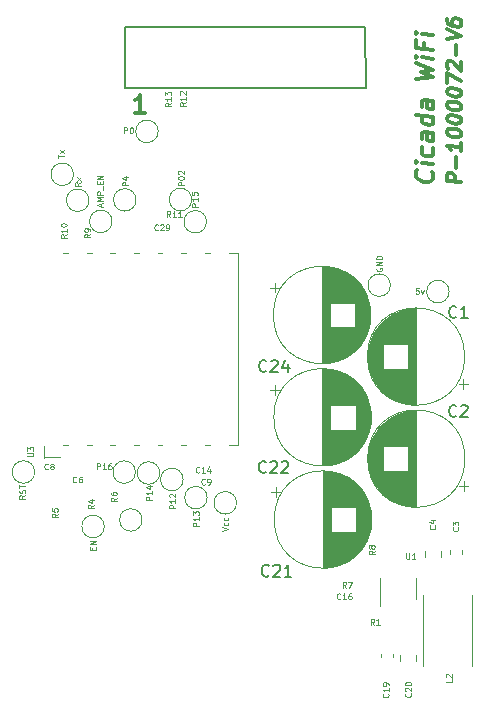
<source format=gto>
G04 #@! TF.GenerationSoftware,KiCad,Pcbnew,(5.1.10)-1*
G04 #@! TF.CreationDate,2021-11-03T08:24:22+05:30*
G04 #@! TF.ProjectId,P-1000072_Cicada Wi-Fi,502d3130-3030-4303-9732-5f4369636164,0.1*
G04 #@! TF.SameCoordinates,PX7cee6c0PY3dfd240*
G04 #@! TF.FileFunction,Legend,Top*
G04 #@! TF.FilePolarity,Positive*
%FSLAX46Y46*%
G04 Gerber Fmt 4.6, Leading zero omitted, Abs format (unit mm)*
G04 Created by KiCad (PCBNEW (5.1.10)-1) date 2021-11-03 08:24:22*
%MOMM*%
%LPD*%
G01*
G04 APERTURE LIST*
%ADD10C,0.350000*%
%ADD11C,0.300000*%
%ADD12C,0.150000*%
%ADD13C,0.120000*%
%ADD14C,0.100000*%
G04 APERTURE END LIST*
D10*
X15778254Y-9669328D02*
X15849682Y-9749685D01*
X15921111Y-9972900D01*
X15921111Y-10115757D01*
X15849682Y-10321114D01*
X15706825Y-10446114D01*
X15563968Y-10499685D01*
X15278254Y-10535400D01*
X15063968Y-10508614D01*
X14778254Y-10401471D01*
X14635397Y-10312185D01*
X14492540Y-10151471D01*
X14421111Y-9928257D01*
X14421111Y-9785400D01*
X14492540Y-9580042D01*
X14563968Y-9517542D01*
X15921111Y-9044328D02*
X14921111Y-8919328D01*
X14421111Y-8856828D02*
X14492540Y-8937185D01*
X14563968Y-8874685D01*
X14492540Y-8794328D01*
X14421111Y-8856828D01*
X14563968Y-8874685D01*
X15849682Y-7678257D02*
X15921111Y-7830042D01*
X15921111Y-8115757D01*
X15849682Y-8249685D01*
X15778254Y-8312185D01*
X15635397Y-8365757D01*
X15206825Y-8312185D01*
X15063968Y-8222900D01*
X14992540Y-8142542D01*
X14921111Y-7990757D01*
X14921111Y-7705042D01*
X14992540Y-7571114D01*
X15921111Y-6401471D02*
X15135397Y-6303257D01*
X14992540Y-6356828D01*
X14921111Y-6490757D01*
X14921111Y-6776471D01*
X14992540Y-6928257D01*
X15849682Y-6392542D02*
X15921111Y-6544328D01*
X15921111Y-6901471D01*
X15849682Y-7035400D01*
X15706825Y-7088971D01*
X15563968Y-7071114D01*
X15421111Y-6981828D01*
X15349682Y-6830042D01*
X15349682Y-6472900D01*
X15278254Y-6321114D01*
X15921111Y-5044328D02*
X14421111Y-4856828D01*
X15849682Y-5035400D02*
X15921111Y-5187185D01*
X15921111Y-5472900D01*
X15849682Y-5606828D01*
X15778254Y-5669328D01*
X15635397Y-5722900D01*
X15206825Y-5669328D01*
X15063968Y-5580042D01*
X14992540Y-5499685D01*
X14921111Y-5347900D01*
X14921111Y-5062185D01*
X14992540Y-4928257D01*
X15921111Y-3687185D02*
X15135397Y-3588971D01*
X14992540Y-3642542D01*
X14921111Y-3776471D01*
X14921111Y-4062185D01*
X14992540Y-4213971D01*
X15849682Y-3678257D02*
X15921111Y-3830042D01*
X15921111Y-4187185D01*
X15849682Y-4321114D01*
X15706825Y-4374685D01*
X15563968Y-4356828D01*
X15421111Y-4267542D01*
X15349682Y-4115757D01*
X15349682Y-3758614D01*
X15278254Y-3606828D01*
X14421111Y-1785400D02*
X15921111Y-1615757D01*
X14849682Y-1196114D01*
X15921111Y-1044328D01*
X14421111Y-499685D01*
X15921111Y-115757D02*
X14921111Y9243D01*
X14421111Y71743D02*
X14492540Y-8614D01*
X14563968Y53886D01*
X14492540Y134243D01*
X14421111Y71743D01*
X14563968Y53886D01*
X15135397Y1196743D02*
X15135397Y696743D01*
X15921111Y598529D02*
X14421111Y786029D01*
X14421111Y1500315D01*
X15921111Y1884243D02*
X14921111Y2009243D01*
X14421111Y2071743D02*
X14492540Y1991386D01*
X14563968Y2053886D01*
X14492540Y2134243D01*
X14421111Y2071743D01*
X14563968Y2053886D01*
D11*
X18282857Y-10572142D02*
X17082857Y-10422142D01*
X17082857Y-9965000D01*
X17140000Y-9857857D01*
X17197142Y-9807857D01*
X17311428Y-9765000D01*
X17482857Y-9786428D01*
X17597142Y-9857857D01*
X17654285Y-9922142D01*
X17711428Y-10043571D01*
X17711428Y-10500714D01*
X17825714Y-9315000D02*
X17825714Y-8400714D01*
X18282857Y-7257857D02*
X18282857Y-7943571D01*
X18282857Y-7600714D02*
X17082857Y-7450714D01*
X17254285Y-7586428D01*
X17368571Y-7715000D01*
X17425714Y-7836428D01*
X17082857Y-6365000D02*
X17082857Y-6250714D01*
X17140000Y-6143571D01*
X17197142Y-6093571D01*
X17311428Y-6050714D01*
X17540000Y-6022142D01*
X17825714Y-6057857D01*
X18054285Y-6143571D01*
X18168571Y-6215000D01*
X18225714Y-6279285D01*
X18282857Y-6400714D01*
X18282857Y-6515000D01*
X18225714Y-6622142D01*
X18168571Y-6672142D01*
X18054285Y-6715000D01*
X17825714Y-6743571D01*
X17540000Y-6707857D01*
X17311428Y-6622142D01*
X17197142Y-6550714D01*
X17140000Y-6486428D01*
X17082857Y-6365000D01*
X17082857Y-5222142D02*
X17082857Y-5107857D01*
X17140000Y-5000714D01*
X17197142Y-4950714D01*
X17311428Y-4907857D01*
X17540000Y-4879285D01*
X17825714Y-4915000D01*
X18054285Y-5000714D01*
X18168571Y-5072142D01*
X18225714Y-5136428D01*
X18282857Y-5257857D01*
X18282857Y-5372142D01*
X18225714Y-5479285D01*
X18168571Y-5529285D01*
X18054285Y-5572142D01*
X17825714Y-5600714D01*
X17540000Y-5565000D01*
X17311428Y-5479285D01*
X17197142Y-5407857D01*
X17140000Y-5343571D01*
X17082857Y-5222142D01*
X17082857Y-4079285D02*
X17082857Y-3965000D01*
X17140000Y-3857857D01*
X17197142Y-3807857D01*
X17311428Y-3765000D01*
X17540000Y-3736428D01*
X17825714Y-3772142D01*
X18054285Y-3857857D01*
X18168571Y-3929285D01*
X18225714Y-3993571D01*
X18282857Y-4115000D01*
X18282857Y-4229285D01*
X18225714Y-4336428D01*
X18168571Y-4386428D01*
X18054285Y-4429285D01*
X17825714Y-4457857D01*
X17540000Y-4422142D01*
X17311428Y-4336428D01*
X17197142Y-4265000D01*
X17140000Y-4200714D01*
X17082857Y-4079285D01*
X17082857Y-2936428D02*
X17082857Y-2822142D01*
X17140000Y-2715000D01*
X17197142Y-2665000D01*
X17311428Y-2622142D01*
X17540000Y-2593571D01*
X17825714Y-2629285D01*
X18054285Y-2715000D01*
X18168571Y-2786428D01*
X18225714Y-2850714D01*
X18282857Y-2972142D01*
X18282857Y-3086428D01*
X18225714Y-3193571D01*
X18168571Y-3243571D01*
X18054285Y-3286428D01*
X17825714Y-3315000D01*
X17540000Y-3279285D01*
X17311428Y-3193571D01*
X17197142Y-3122142D01*
X17140000Y-3057857D01*
X17082857Y-2936428D01*
X17082857Y-2136428D02*
X17082857Y-1336428D01*
X18282857Y-2000714D01*
X17197142Y-950714D02*
X17140000Y-886428D01*
X17082857Y-765000D01*
X17082857Y-479285D01*
X17140000Y-372142D01*
X17197142Y-322142D01*
X17311428Y-279285D01*
X17425714Y-293571D01*
X17597142Y-372142D01*
X18282857Y-1143571D01*
X18282857Y-400714D01*
X17825714Y170715D02*
X17825714Y1085000D01*
X17082857Y1577858D02*
X18282857Y1827858D01*
X17082857Y2377858D01*
X17082857Y3292143D02*
X17082857Y3063572D01*
X17140000Y2942143D01*
X17197142Y2877858D01*
X17368571Y2742143D01*
X17597142Y2656429D01*
X18054285Y2599286D01*
X18168571Y2642143D01*
X18225714Y2692143D01*
X18282857Y2799286D01*
X18282857Y3027858D01*
X18225714Y3149286D01*
X18168571Y3213572D01*
X18054285Y3285000D01*
X17768571Y3320715D01*
X17654285Y3277858D01*
X17597142Y3227858D01*
X17540000Y3120715D01*
X17540000Y2892143D01*
X17597142Y2770715D01*
X17654285Y2706429D01*
X17768571Y2635000D01*
D12*
X10200000Y-2600000D02*
X-10150000Y-2600000D01*
X10150000Y2600000D02*
X10200000Y-2600000D01*
X-10150000Y2600000D02*
X10150000Y2600000D01*
X-10150000Y-2550000D02*
X-10150000Y2600000D01*
D11*
X-8471429Y-4678571D02*
X-9328572Y-4678571D01*
X-8900000Y-4678571D02*
X-8900000Y-3178571D01*
X-9042858Y-3392857D01*
X-9185715Y-3535714D01*
X-9328572Y-3607142D01*
D13*
X-15020000Y-32830000D02*
X-15420000Y-32830000D01*
X-3020000Y-16590000D02*
X-3420000Y-16590000D01*
X-9020000Y-32830000D02*
X-9420000Y-32830000D01*
X-15020000Y-16590000D02*
X-15420000Y-16590000D01*
X-7020000Y-16590000D02*
X-7420000Y-16590000D01*
X-7020000Y-32830000D02*
X-7420000Y-32830000D01*
X-3020000Y-32830000D02*
X-3420000Y-32830000D01*
X-1420000Y-16590000D02*
X-600000Y-16590000D01*
X-16704800Y-33860000D02*
X-15704800Y-33860000D01*
X-9020000Y-16590000D02*
X-9420000Y-16590000D01*
X-11020000Y-32830000D02*
X-11420000Y-32830000D01*
X-600000Y-16590000D02*
X-600000Y-32830000D01*
X-600000Y-32830000D02*
X-1420000Y-32830000D01*
X-5020000Y-16590000D02*
X-5420000Y-16590000D01*
X-11020000Y-16590000D02*
X-11420000Y-16590000D01*
X-5020000Y-32830000D02*
X-5420000Y-32830000D01*
X-13020000Y-32830000D02*
X-13420000Y-32830000D01*
X-13020000Y-16590000D02*
X-13420000Y-16590000D01*
X-17009600Y-33868480D02*
X-17009600Y-32868480D01*
X-17004520Y-33864160D02*
X-16740360Y-33864160D01*
X-11943040Y-39702740D02*
G75*
G03*
X-11943040Y-39702740I-950000J0D01*
G01*
X2520702Y-27742140D02*
X2520702Y-28542140D01*
X2120702Y-28142140D02*
X2920702Y-28142140D01*
X10611400Y-29924140D02*
X10611400Y-30990140D01*
X10571400Y-29689140D02*
X10571400Y-31225140D01*
X10531400Y-29509140D02*
X10531400Y-31405140D01*
X10491400Y-29359140D02*
X10491400Y-31555140D01*
X10451400Y-29228140D02*
X10451400Y-31686140D01*
X10411400Y-29111140D02*
X10411400Y-31803140D01*
X10371400Y-29004140D02*
X10371400Y-31910140D01*
X10331400Y-28905140D02*
X10331400Y-32009140D01*
X10291400Y-28812140D02*
X10291400Y-32102140D01*
X10251400Y-28726140D02*
X10251400Y-32188140D01*
X10211400Y-28644140D02*
X10211400Y-32270140D01*
X10171400Y-28567140D02*
X10171400Y-32347140D01*
X10131400Y-28493140D02*
X10131400Y-32421140D01*
X10091400Y-28423140D02*
X10091400Y-32491140D01*
X10051400Y-28355140D02*
X10051400Y-32559140D01*
X10011400Y-28291140D02*
X10011400Y-32623140D01*
X9971400Y-28229140D02*
X9971400Y-32685140D01*
X9931400Y-28170140D02*
X9931400Y-32744140D01*
X9891400Y-28112140D02*
X9891400Y-32802140D01*
X9851400Y-28057140D02*
X9851400Y-32857140D01*
X9811400Y-28003140D02*
X9811400Y-32911140D01*
X9771400Y-27952140D02*
X9771400Y-32962140D01*
X9731400Y-27901140D02*
X9731400Y-33013140D01*
X9691400Y-27853140D02*
X9691400Y-33061140D01*
X9651400Y-27806140D02*
X9651400Y-33108140D01*
X9611400Y-27760140D02*
X9611400Y-33154140D01*
X9571400Y-27716140D02*
X9571400Y-33198140D01*
X9531400Y-27673140D02*
X9531400Y-33241140D01*
X9491400Y-27631140D02*
X9491400Y-33283140D01*
X9451400Y-27590140D02*
X9451400Y-33324140D01*
X9411400Y-27550140D02*
X9411400Y-33364140D01*
X9371400Y-27512140D02*
X9371400Y-33402140D01*
X9331400Y-27474140D02*
X9331400Y-33440140D01*
X9291400Y-31497140D02*
X9291400Y-33476140D01*
X9291400Y-27438140D02*
X9291400Y-29417140D01*
X9251400Y-31497140D02*
X9251400Y-33512140D01*
X9251400Y-27402140D02*
X9251400Y-29417140D01*
X9211400Y-31497140D02*
X9211400Y-33547140D01*
X9211400Y-27367140D02*
X9211400Y-29417140D01*
X9171400Y-31497140D02*
X9171400Y-33581140D01*
X9171400Y-27333140D02*
X9171400Y-29417140D01*
X9131400Y-31497140D02*
X9131400Y-33613140D01*
X9131400Y-27301140D02*
X9131400Y-29417140D01*
X9091400Y-31497140D02*
X9091400Y-33646140D01*
X9091400Y-27268140D02*
X9091400Y-29417140D01*
X9051400Y-31497140D02*
X9051400Y-33677140D01*
X9051400Y-27237140D02*
X9051400Y-29417140D01*
X9011400Y-31497140D02*
X9011400Y-33707140D01*
X9011400Y-27207140D02*
X9011400Y-29417140D01*
X8971400Y-31497140D02*
X8971400Y-33737140D01*
X8971400Y-27177140D02*
X8971400Y-29417140D01*
X8931400Y-31497140D02*
X8931400Y-33766140D01*
X8931400Y-27148140D02*
X8931400Y-29417140D01*
X8891400Y-31497140D02*
X8891400Y-33795140D01*
X8891400Y-27119140D02*
X8891400Y-29417140D01*
X8851400Y-31497140D02*
X8851400Y-33822140D01*
X8851400Y-27092140D02*
X8851400Y-29417140D01*
X8811400Y-31497140D02*
X8811400Y-33849140D01*
X8811400Y-27065140D02*
X8811400Y-29417140D01*
X8771400Y-31497140D02*
X8771400Y-33875140D01*
X8771400Y-27039140D02*
X8771400Y-29417140D01*
X8731400Y-31497140D02*
X8731400Y-33901140D01*
X8731400Y-27013140D02*
X8731400Y-29417140D01*
X8691400Y-31497140D02*
X8691400Y-33926140D01*
X8691400Y-26988140D02*
X8691400Y-29417140D01*
X8651400Y-31497140D02*
X8651400Y-33950140D01*
X8651400Y-26964140D02*
X8651400Y-29417140D01*
X8611400Y-31497140D02*
X8611400Y-33974140D01*
X8611400Y-26940140D02*
X8611400Y-29417140D01*
X8571400Y-31497140D02*
X8571400Y-33997140D01*
X8571400Y-26917140D02*
X8571400Y-29417140D01*
X8531400Y-31497140D02*
X8531400Y-34019140D01*
X8531400Y-26895140D02*
X8531400Y-29417140D01*
X8491400Y-31497140D02*
X8491400Y-34041140D01*
X8491400Y-26873140D02*
X8491400Y-29417140D01*
X8451400Y-31497140D02*
X8451400Y-34063140D01*
X8451400Y-26851140D02*
X8451400Y-29417140D01*
X8411400Y-31497140D02*
X8411400Y-34084140D01*
X8411400Y-26830140D02*
X8411400Y-29417140D01*
X8371400Y-31497140D02*
X8371400Y-34104140D01*
X8371400Y-26810140D02*
X8371400Y-29417140D01*
X8331400Y-31497140D02*
X8331400Y-34123140D01*
X8331400Y-26791140D02*
X8331400Y-29417140D01*
X8291400Y-31497140D02*
X8291400Y-34143140D01*
X8291400Y-26771140D02*
X8291400Y-29417140D01*
X8251400Y-31497140D02*
X8251400Y-34161140D01*
X8251400Y-26753140D02*
X8251400Y-29417140D01*
X8211400Y-31497140D02*
X8211400Y-34179140D01*
X8211400Y-26735140D02*
X8211400Y-29417140D01*
X8171400Y-31497140D02*
X8171400Y-34197140D01*
X8171400Y-26717140D02*
X8171400Y-29417140D01*
X8131400Y-31497140D02*
X8131400Y-34214140D01*
X8131400Y-26700140D02*
X8131400Y-29417140D01*
X8091400Y-31497140D02*
X8091400Y-34231140D01*
X8091400Y-26683140D02*
X8091400Y-29417140D01*
X8051400Y-31497140D02*
X8051400Y-34247140D01*
X8051400Y-26667140D02*
X8051400Y-29417140D01*
X8011400Y-31497140D02*
X8011400Y-34262140D01*
X8011400Y-26652140D02*
X8011400Y-29417140D01*
X7971400Y-31497140D02*
X7971400Y-34278140D01*
X7971400Y-26636140D02*
X7971400Y-29417140D01*
X7931400Y-31497140D02*
X7931400Y-34292140D01*
X7931400Y-26622140D02*
X7931400Y-29417140D01*
X7891400Y-31497140D02*
X7891400Y-34307140D01*
X7891400Y-26607140D02*
X7891400Y-29417140D01*
X7851400Y-31497140D02*
X7851400Y-34320140D01*
X7851400Y-26594140D02*
X7851400Y-29417140D01*
X7811400Y-31497140D02*
X7811400Y-34334140D01*
X7811400Y-26580140D02*
X7811400Y-29417140D01*
X7771400Y-31497140D02*
X7771400Y-34346140D01*
X7771400Y-26568140D02*
X7771400Y-29417140D01*
X7731400Y-31497140D02*
X7731400Y-34359140D01*
X7731400Y-26555140D02*
X7731400Y-29417140D01*
X7691400Y-31497140D02*
X7691400Y-34371140D01*
X7691400Y-26543140D02*
X7691400Y-29417140D01*
X7651400Y-31497140D02*
X7651400Y-34382140D01*
X7651400Y-26532140D02*
X7651400Y-29417140D01*
X7611400Y-31497140D02*
X7611400Y-34393140D01*
X7611400Y-26521140D02*
X7611400Y-29417140D01*
X7571400Y-31497140D02*
X7571400Y-34404140D01*
X7571400Y-26510140D02*
X7571400Y-29417140D01*
X7531400Y-31497140D02*
X7531400Y-34414140D01*
X7531400Y-26500140D02*
X7531400Y-29417140D01*
X7491400Y-31497140D02*
X7491400Y-34424140D01*
X7491400Y-26490140D02*
X7491400Y-29417140D01*
X7451400Y-31497140D02*
X7451400Y-34433140D01*
X7451400Y-26481140D02*
X7451400Y-29417140D01*
X7411400Y-31497140D02*
X7411400Y-34442140D01*
X7411400Y-26472140D02*
X7411400Y-29417140D01*
X7371400Y-31497140D02*
X7371400Y-34451140D01*
X7371400Y-26463140D02*
X7371400Y-29417140D01*
X7331400Y-31497140D02*
X7331400Y-34459140D01*
X7331400Y-26455140D02*
X7331400Y-29417140D01*
X7291400Y-31497140D02*
X7291400Y-34467140D01*
X7291400Y-26447140D02*
X7291400Y-29417140D01*
X7251400Y-31497140D02*
X7251400Y-34474140D01*
X7251400Y-26440140D02*
X7251400Y-29417140D01*
X7210400Y-26433140D02*
X7210400Y-34481140D01*
X7170400Y-26427140D02*
X7170400Y-34487140D01*
X7130400Y-26420140D02*
X7130400Y-34494140D01*
X7090400Y-26415140D02*
X7090400Y-34499140D01*
X7050400Y-26409140D02*
X7050400Y-34505140D01*
X7010400Y-26405140D02*
X7010400Y-34509140D01*
X6970400Y-26400140D02*
X6970400Y-34514140D01*
X6930400Y-26396140D02*
X6930400Y-34518140D01*
X6890400Y-26392140D02*
X6890400Y-34522140D01*
X6850400Y-26389140D02*
X6850400Y-34525140D01*
X6810400Y-26386140D02*
X6810400Y-34528140D01*
X6770400Y-26383140D02*
X6770400Y-34531140D01*
X6730400Y-26381140D02*
X6730400Y-34533140D01*
X6690400Y-26380140D02*
X6690400Y-34534140D01*
X6650400Y-26378140D02*
X6650400Y-34536140D01*
X6610400Y-26377140D02*
X6610400Y-34537140D01*
X6570400Y-26377140D02*
X6570400Y-34537140D01*
X6530400Y-26377140D02*
X6530400Y-34537140D01*
X10650400Y-30457140D02*
G75*
G03*
X10650400Y-30457140I-4120000J0D01*
G01*
X2480062Y-19083280D02*
X2480062Y-19883280D01*
X2080062Y-19483280D02*
X2880062Y-19483280D01*
X10570760Y-21265280D02*
X10570760Y-22331280D01*
X10530760Y-21030280D02*
X10530760Y-22566280D01*
X10490760Y-20850280D02*
X10490760Y-22746280D01*
X10450760Y-20700280D02*
X10450760Y-22896280D01*
X10410760Y-20569280D02*
X10410760Y-23027280D01*
X10370760Y-20452280D02*
X10370760Y-23144280D01*
X10330760Y-20345280D02*
X10330760Y-23251280D01*
X10290760Y-20246280D02*
X10290760Y-23350280D01*
X10250760Y-20153280D02*
X10250760Y-23443280D01*
X10210760Y-20067280D02*
X10210760Y-23529280D01*
X10170760Y-19985280D02*
X10170760Y-23611280D01*
X10130760Y-19908280D02*
X10130760Y-23688280D01*
X10090760Y-19834280D02*
X10090760Y-23762280D01*
X10050760Y-19764280D02*
X10050760Y-23832280D01*
X10010760Y-19696280D02*
X10010760Y-23900280D01*
X9970760Y-19632280D02*
X9970760Y-23964280D01*
X9930760Y-19570280D02*
X9930760Y-24026280D01*
X9890760Y-19511280D02*
X9890760Y-24085280D01*
X9850760Y-19453280D02*
X9850760Y-24143280D01*
X9810760Y-19398280D02*
X9810760Y-24198280D01*
X9770760Y-19344280D02*
X9770760Y-24252280D01*
X9730760Y-19293280D02*
X9730760Y-24303280D01*
X9690760Y-19242280D02*
X9690760Y-24354280D01*
X9650760Y-19194280D02*
X9650760Y-24402280D01*
X9610760Y-19147280D02*
X9610760Y-24449280D01*
X9570760Y-19101280D02*
X9570760Y-24495280D01*
X9530760Y-19057280D02*
X9530760Y-24539280D01*
X9490760Y-19014280D02*
X9490760Y-24582280D01*
X9450760Y-18972280D02*
X9450760Y-24624280D01*
X9410760Y-18931280D02*
X9410760Y-24665280D01*
X9370760Y-18891280D02*
X9370760Y-24705280D01*
X9330760Y-18853280D02*
X9330760Y-24743280D01*
X9290760Y-18815280D02*
X9290760Y-24781280D01*
X9250760Y-22838280D02*
X9250760Y-24817280D01*
X9250760Y-18779280D02*
X9250760Y-20758280D01*
X9210760Y-22838280D02*
X9210760Y-24853280D01*
X9210760Y-18743280D02*
X9210760Y-20758280D01*
X9170760Y-22838280D02*
X9170760Y-24888280D01*
X9170760Y-18708280D02*
X9170760Y-20758280D01*
X9130760Y-22838280D02*
X9130760Y-24922280D01*
X9130760Y-18674280D02*
X9130760Y-20758280D01*
X9090760Y-22838280D02*
X9090760Y-24954280D01*
X9090760Y-18642280D02*
X9090760Y-20758280D01*
X9050760Y-22838280D02*
X9050760Y-24987280D01*
X9050760Y-18609280D02*
X9050760Y-20758280D01*
X9010760Y-22838280D02*
X9010760Y-25018280D01*
X9010760Y-18578280D02*
X9010760Y-20758280D01*
X8970760Y-22838280D02*
X8970760Y-25048280D01*
X8970760Y-18548280D02*
X8970760Y-20758280D01*
X8930760Y-22838280D02*
X8930760Y-25078280D01*
X8930760Y-18518280D02*
X8930760Y-20758280D01*
X8890760Y-22838280D02*
X8890760Y-25107280D01*
X8890760Y-18489280D02*
X8890760Y-20758280D01*
X8850760Y-22838280D02*
X8850760Y-25136280D01*
X8850760Y-18460280D02*
X8850760Y-20758280D01*
X8810760Y-22838280D02*
X8810760Y-25163280D01*
X8810760Y-18433280D02*
X8810760Y-20758280D01*
X8770760Y-22838280D02*
X8770760Y-25190280D01*
X8770760Y-18406280D02*
X8770760Y-20758280D01*
X8730760Y-22838280D02*
X8730760Y-25216280D01*
X8730760Y-18380280D02*
X8730760Y-20758280D01*
X8690760Y-22838280D02*
X8690760Y-25242280D01*
X8690760Y-18354280D02*
X8690760Y-20758280D01*
X8650760Y-22838280D02*
X8650760Y-25267280D01*
X8650760Y-18329280D02*
X8650760Y-20758280D01*
X8610760Y-22838280D02*
X8610760Y-25291280D01*
X8610760Y-18305280D02*
X8610760Y-20758280D01*
X8570760Y-22838280D02*
X8570760Y-25315280D01*
X8570760Y-18281280D02*
X8570760Y-20758280D01*
X8530760Y-22838280D02*
X8530760Y-25338280D01*
X8530760Y-18258280D02*
X8530760Y-20758280D01*
X8490760Y-22838280D02*
X8490760Y-25360280D01*
X8490760Y-18236280D02*
X8490760Y-20758280D01*
X8450760Y-22838280D02*
X8450760Y-25382280D01*
X8450760Y-18214280D02*
X8450760Y-20758280D01*
X8410760Y-22838280D02*
X8410760Y-25404280D01*
X8410760Y-18192280D02*
X8410760Y-20758280D01*
X8370760Y-22838280D02*
X8370760Y-25425280D01*
X8370760Y-18171280D02*
X8370760Y-20758280D01*
X8330760Y-22838280D02*
X8330760Y-25445280D01*
X8330760Y-18151280D02*
X8330760Y-20758280D01*
X8290760Y-22838280D02*
X8290760Y-25464280D01*
X8290760Y-18132280D02*
X8290760Y-20758280D01*
X8250760Y-22838280D02*
X8250760Y-25484280D01*
X8250760Y-18112280D02*
X8250760Y-20758280D01*
X8210760Y-22838280D02*
X8210760Y-25502280D01*
X8210760Y-18094280D02*
X8210760Y-20758280D01*
X8170760Y-22838280D02*
X8170760Y-25520280D01*
X8170760Y-18076280D02*
X8170760Y-20758280D01*
X8130760Y-22838280D02*
X8130760Y-25538280D01*
X8130760Y-18058280D02*
X8130760Y-20758280D01*
X8090760Y-22838280D02*
X8090760Y-25555280D01*
X8090760Y-18041280D02*
X8090760Y-20758280D01*
X8050760Y-22838280D02*
X8050760Y-25572280D01*
X8050760Y-18024280D02*
X8050760Y-20758280D01*
X8010760Y-22838280D02*
X8010760Y-25588280D01*
X8010760Y-18008280D02*
X8010760Y-20758280D01*
X7970760Y-22838280D02*
X7970760Y-25603280D01*
X7970760Y-17993280D02*
X7970760Y-20758280D01*
X7930760Y-22838280D02*
X7930760Y-25619280D01*
X7930760Y-17977280D02*
X7930760Y-20758280D01*
X7890760Y-22838280D02*
X7890760Y-25633280D01*
X7890760Y-17963280D02*
X7890760Y-20758280D01*
X7850760Y-22838280D02*
X7850760Y-25648280D01*
X7850760Y-17948280D02*
X7850760Y-20758280D01*
X7810760Y-22838280D02*
X7810760Y-25661280D01*
X7810760Y-17935280D02*
X7810760Y-20758280D01*
X7770760Y-22838280D02*
X7770760Y-25675280D01*
X7770760Y-17921280D02*
X7770760Y-20758280D01*
X7730760Y-22838280D02*
X7730760Y-25687280D01*
X7730760Y-17909280D02*
X7730760Y-20758280D01*
X7690760Y-22838280D02*
X7690760Y-25700280D01*
X7690760Y-17896280D02*
X7690760Y-20758280D01*
X7650760Y-22838280D02*
X7650760Y-25712280D01*
X7650760Y-17884280D02*
X7650760Y-20758280D01*
X7610760Y-22838280D02*
X7610760Y-25723280D01*
X7610760Y-17873280D02*
X7610760Y-20758280D01*
X7570760Y-22838280D02*
X7570760Y-25734280D01*
X7570760Y-17862280D02*
X7570760Y-20758280D01*
X7530760Y-22838280D02*
X7530760Y-25745280D01*
X7530760Y-17851280D02*
X7530760Y-20758280D01*
X7490760Y-22838280D02*
X7490760Y-25755280D01*
X7490760Y-17841280D02*
X7490760Y-20758280D01*
X7450760Y-22838280D02*
X7450760Y-25765280D01*
X7450760Y-17831280D02*
X7450760Y-20758280D01*
X7410760Y-22838280D02*
X7410760Y-25774280D01*
X7410760Y-17822280D02*
X7410760Y-20758280D01*
X7370760Y-22838280D02*
X7370760Y-25783280D01*
X7370760Y-17813280D02*
X7370760Y-20758280D01*
X7330760Y-22838280D02*
X7330760Y-25792280D01*
X7330760Y-17804280D02*
X7330760Y-20758280D01*
X7290760Y-22838280D02*
X7290760Y-25800280D01*
X7290760Y-17796280D02*
X7290760Y-20758280D01*
X7250760Y-22838280D02*
X7250760Y-25808280D01*
X7250760Y-17788280D02*
X7250760Y-20758280D01*
X7210760Y-22838280D02*
X7210760Y-25815280D01*
X7210760Y-17781280D02*
X7210760Y-20758280D01*
X7169760Y-17774280D02*
X7169760Y-25822280D01*
X7129760Y-17768280D02*
X7129760Y-25828280D01*
X7089760Y-17761280D02*
X7089760Y-25835280D01*
X7049760Y-17756280D02*
X7049760Y-25840280D01*
X7009760Y-17750280D02*
X7009760Y-25846280D01*
X6969760Y-17746280D02*
X6969760Y-25850280D01*
X6929760Y-17741280D02*
X6929760Y-25855280D01*
X6889760Y-17737280D02*
X6889760Y-25859280D01*
X6849760Y-17733280D02*
X6849760Y-25863280D01*
X6809760Y-17730280D02*
X6809760Y-25866280D01*
X6769760Y-17727280D02*
X6769760Y-25869280D01*
X6729760Y-17724280D02*
X6729760Y-25872280D01*
X6689760Y-17722280D02*
X6689760Y-25874280D01*
X6649760Y-17721280D02*
X6649760Y-25875280D01*
X6609760Y-17719280D02*
X6609760Y-25877280D01*
X6569760Y-17718280D02*
X6569760Y-25878280D01*
X6529760Y-17718280D02*
X6529760Y-25878280D01*
X6489760Y-17718280D02*
X6489760Y-25878280D01*
X10609760Y-21798280D02*
G75*
G03*
X10609760Y-21798280I-4120000J0D01*
G01*
X12283480Y-19273520D02*
G75*
G03*
X12283480Y-19273520I-950000J0D01*
G01*
X18572540Y-25318720D02*
G75*
G03*
X18572540Y-25318720I-4120000J0D01*
G01*
X14452540Y-29398720D02*
X14452540Y-21238720D01*
X14412540Y-29398720D02*
X14412540Y-21238720D01*
X14372540Y-29398720D02*
X14372540Y-21238720D01*
X14332540Y-29397720D02*
X14332540Y-21239720D01*
X14292540Y-29395720D02*
X14292540Y-21241720D01*
X14252540Y-29394720D02*
X14252540Y-21242720D01*
X14212540Y-29392720D02*
X14212540Y-21244720D01*
X14172540Y-29389720D02*
X14172540Y-21247720D01*
X14132540Y-29386720D02*
X14132540Y-21250720D01*
X14092540Y-29383720D02*
X14092540Y-21253720D01*
X14052540Y-29379720D02*
X14052540Y-21257720D01*
X14012540Y-29375720D02*
X14012540Y-21261720D01*
X13972540Y-29370720D02*
X13972540Y-21266720D01*
X13932540Y-29366720D02*
X13932540Y-21270720D01*
X13892540Y-29360720D02*
X13892540Y-21276720D01*
X13852540Y-29355720D02*
X13852540Y-21281720D01*
X13812540Y-29348720D02*
X13812540Y-21288720D01*
X13772540Y-29342720D02*
X13772540Y-21294720D01*
X13731540Y-29335720D02*
X13731540Y-26358720D01*
X13731540Y-24278720D02*
X13731540Y-21301720D01*
X13691540Y-29328720D02*
X13691540Y-26358720D01*
X13691540Y-24278720D02*
X13691540Y-21308720D01*
X13651540Y-29320720D02*
X13651540Y-26358720D01*
X13651540Y-24278720D02*
X13651540Y-21316720D01*
X13611540Y-29312720D02*
X13611540Y-26358720D01*
X13611540Y-24278720D02*
X13611540Y-21324720D01*
X13571540Y-29303720D02*
X13571540Y-26358720D01*
X13571540Y-24278720D02*
X13571540Y-21333720D01*
X13531540Y-29294720D02*
X13531540Y-26358720D01*
X13531540Y-24278720D02*
X13531540Y-21342720D01*
X13491540Y-29285720D02*
X13491540Y-26358720D01*
X13491540Y-24278720D02*
X13491540Y-21351720D01*
X13451540Y-29275720D02*
X13451540Y-26358720D01*
X13451540Y-24278720D02*
X13451540Y-21361720D01*
X13411540Y-29265720D02*
X13411540Y-26358720D01*
X13411540Y-24278720D02*
X13411540Y-21371720D01*
X13371540Y-29254720D02*
X13371540Y-26358720D01*
X13371540Y-24278720D02*
X13371540Y-21382720D01*
X13331540Y-29243720D02*
X13331540Y-26358720D01*
X13331540Y-24278720D02*
X13331540Y-21393720D01*
X13291540Y-29232720D02*
X13291540Y-26358720D01*
X13291540Y-24278720D02*
X13291540Y-21404720D01*
X13251540Y-29220720D02*
X13251540Y-26358720D01*
X13251540Y-24278720D02*
X13251540Y-21416720D01*
X13211540Y-29207720D02*
X13211540Y-26358720D01*
X13211540Y-24278720D02*
X13211540Y-21429720D01*
X13171540Y-29195720D02*
X13171540Y-26358720D01*
X13171540Y-24278720D02*
X13171540Y-21441720D01*
X13131540Y-29181720D02*
X13131540Y-26358720D01*
X13131540Y-24278720D02*
X13131540Y-21455720D01*
X13091540Y-29168720D02*
X13091540Y-26358720D01*
X13091540Y-24278720D02*
X13091540Y-21468720D01*
X13051540Y-29153720D02*
X13051540Y-26358720D01*
X13051540Y-24278720D02*
X13051540Y-21483720D01*
X13011540Y-29139720D02*
X13011540Y-26358720D01*
X13011540Y-24278720D02*
X13011540Y-21497720D01*
X12971540Y-29123720D02*
X12971540Y-26358720D01*
X12971540Y-24278720D02*
X12971540Y-21513720D01*
X12931540Y-29108720D02*
X12931540Y-26358720D01*
X12931540Y-24278720D02*
X12931540Y-21528720D01*
X12891540Y-29092720D02*
X12891540Y-26358720D01*
X12891540Y-24278720D02*
X12891540Y-21544720D01*
X12851540Y-29075720D02*
X12851540Y-26358720D01*
X12851540Y-24278720D02*
X12851540Y-21561720D01*
X12811540Y-29058720D02*
X12811540Y-26358720D01*
X12811540Y-24278720D02*
X12811540Y-21578720D01*
X12771540Y-29040720D02*
X12771540Y-26358720D01*
X12771540Y-24278720D02*
X12771540Y-21596720D01*
X12731540Y-29022720D02*
X12731540Y-26358720D01*
X12731540Y-24278720D02*
X12731540Y-21614720D01*
X12691540Y-29004720D02*
X12691540Y-26358720D01*
X12691540Y-24278720D02*
X12691540Y-21632720D01*
X12651540Y-28984720D02*
X12651540Y-26358720D01*
X12651540Y-24278720D02*
X12651540Y-21652720D01*
X12611540Y-28965720D02*
X12611540Y-26358720D01*
X12611540Y-24278720D02*
X12611540Y-21671720D01*
X12571540Y-28945720D02*
X12571540Y-26358720D01*
X12571540Y-24278720D02*
X12571540Y-21691720D01*
X12531540Y-28924720D02*
X12531540Y-26358720D01*
X12531540Y-24278720D02*
X12531540Y-21712720D01*
X12491540Y-28902720D02*
X12491540Y-26358720D01*
X12491540Y-24278720D02*
X12491540Y-21734720D01*
X12451540Y-28880720D02*
X12451540Y-26358720D01*
X12451540Y-24278720D02*
X12451540Y-21756720D01*
X12411540Y-28858720D02*
X12411540Y-26358720D01*
X12411540Y-24278720D02*
X12411540Y-21778720D01*
X12371540Y-28835720D02*
X12371540Y-26358720D01*
X12371540Y-24278720D02*
X12371540Y-21801720D01*
X12331540Y-28811720D02*
X12331540Y-26358720D01*
X12331540Y-24278720D02*
X12331540Y-21825720D01*
X12291540Y-28787720D02*
X12291540Y-26358720D01*
X12291540Y-24278720D02*
X12291540Y-21849720D01*
X12251540Y-28762720D02*
X12251540Y-26358720D01*
X12251540Y-24278720D02*
X12251540Y-21874720D01*
X12211540Y-28736720D02*
X12211540Y-26358720D01*
X12211540Y-24278720D02*
X12211540Y-21900720D01*
X12171540Y-28710720D02*
X12171540Y-26358720D01*
X12171540Y-24278720D02*
X12171540Y-21926720D01*
X12131540Y-28683720D02*
X12131540Y-26358720D01*
X12131540Y-24278720D02*
X12131540Y-21953720D01*
X12091540Y-28656720D02*
X12091540Y-26358720D01*
X12091540Y-24278720D02*
X12091540Y-21980720D01*
X12051540Y-28627720D02*
X12051540Y-26358720D01*
X12051540Y-24278720D02*
X12051540Y-22009720D01*
X12011540Y-28598720D02*
X12011540Y-26358720D01*
X12011540Y-24278720D02*
X12011540Y-22038720D01*
X11971540Y-28568720D02*
X11971540Y-26358720D01*
X11971540Y-24278720D02*
X11971540Y-22068720D01*
X11931540Y-28538720D02*
X11931540Y-26358720D01*
X11931540Y-24278720D02*
X11931540Y-22098720D01*
X11891540Y-28507720D02*
X11891540Y-26358720D01*
X11891540Y-24278720D02*
X11891540Y-22129720D01*
X11851540Y-28474720D02*
X11851540Y-26358720D01*
X11851540Y-24278720D02*
X11851540Y-22162720D01*
X11811540Y-28442720D02*
X11811540Y-26358720D01*
X11811540Y-24278720D02*
X11811540Y-22194720D01*
X11771540Y-28408720D02*
X11771540Y-26358720D01*
X11771540Y-24278720D02*
X11771540Y-22228720D01*
X11731540Y-28373720D02*
X11731540Y-26358720D01*
X11731540Y-24278720D02*
X11731540Y-22263720D01*
X11691540Y-28337720D02*
X11691540Y-26358720D01*
X11691540Y-24278720D02*
X11691540Y-22299720D01*
X11651540Y-28301720D02*
X11651540Y-22335720D01*
X11611540Y-28263720D02*
X11611540Y-22373720D01*
X11571540Y-28225720D02*
X11571540Y-22411720D01*
X11531540Y-28185720D02*
X11531540Y-22451720D01*
X11491540Y-28144720D02*
X11491540Y-22492720D01*
X11451540Y-28102720D02*
X11451540Y-22534720D01*
X11411540Y-28059720D02*
X11411540Y-22577720D01*
X11371540Y-28015720D02*
X11371540Y-22621720D01*
X11331540Y-27969720D02*
X11331540Y-22667720D01*
X11291540Y-27922720D02*
X11291540Y-22714720D01*
X11251540Y-27874720D02*
X11251540Y-22762720D01*
X11211540Y-27823720D02*
X11211540Y-22813720D01*
X11171540Y-27772720D02*
X11171540Y-22864720D01*
X11131540Y-27718720D02*
X11131540Y-22918720D01*
X11091540Y-27663720D02*
X11091540Y-22973720D01*
X11051540Y-27605720D02*
X11051540Y-23031720D01*
X11011540Y-27546720D02*
X11011540Y-23090720D01*
X10971540Y-27484720D02*
X10971540Y-23152720D01*
X10931540Y-27420720D02*
X10931540Y-23216720D01*
X10891540Y-27352720D02*
X10891540Y-23284720D01*
X10851540Y-27282720D02*
X10851540Y-23354720D01*
X10811540Y-27208720D02*
X10811540Y-23428720D01*
X10771540Y-27131720D02*
X10771540Y-23505720D01*
X10731540Y-27049720D02*
X10731540Y-23587720D01*
X10691540Y-26963720D02*
X10691540Y-23673720D01*
X10651540Y-26870720D02*
X10651540Y-23766720D01*
X10611540Y-26771720D02*
X10611540Y-23865720D01*
X10571540Y-26664720D02*
X10571540Y-23972720D01*
X10531540Y-26547720D02*
X10531540Y-24089720D01*
X10491540Y-26416720D02*
X10491540Y-24220720D01*
X10451540Y-26266720D02*
X10451540Y-24370720D01*
X10411540Y-26086720D02*
X10411540Y-24550720D01*
X10371540Y-25851720D02*
X10371540Y-24785720D01*
X18862238Y-27633720D02*
X18062238Y-27633720D01*
X18462238Y-28033720D02*
X18462238Y-27233720D01*
X18482558Y-36677340D02*
X18482558Y-35877340D01*
X18882558Y-36277340D02*
X18082558Y-36277340D01*
X10391860Y-34495340D02*
X10391860Y-33429340D01*
X10431860Y-34730340D02*
X10431860Y-33194340D01*
X10471860Y-34910340D02*
X10471860Y-33014340D01*
X10511860Y-35060340D02*
X10511860Y-32864340D01*
X10551860Y-35191340D02*
X10551860Y-32733340D01*
X10591860Y-35308340D02*
X10591860Y-32616340D01*
X10631860Y-35415340D02*
X10631860Y-32509340D01*
X10671860Y-35514340D02*
X10671860Y-32410340D01*
X10711860Y-35607340D02*
X10711860Y-32317340D01*
X10751860Y-35693340D02*
X10751860Y-32231340D01*
X10791860Y-35775340D02*
X10791860Y-32149340D01*
X10831860Y-35852340D02*
X10831860Y-32072340D01*
X10871860Y-35926340D02*
X10871860Y-31998340D01*
X10911860Y-35996340D02*
X10911860Y-31928340D01*
X10951860Y-36064340D02*
X10951860Y-31860340D01*
X10991860Y-36128340D02*
X10991860Y-31796340D01*
X11031860Y-36190340D02*
X11031860Y-31734340D01*
X11071860Y-36249340D02*
X11071860Y-31675340D01*
X11111860Y-36307340D02*
X11111860Y-31617340D01*
X11151860Y-36362340D02*
X11151860Y-31562340D01*
X11191860Y-36416340D02*
X11191860Y-31508340D01*
X11231860Y-36467340D02*
X11231860Y-31457340D01*
X11271860Y-36518340D02*
X11271860Y-31406340D01*
X11311860Y-36566340D02*
X11311860Y-31358340D01*
X11351860Y-36613340D02*
X11351860Y-31311340D01*
X11391860Y-36659340D02*
X11391860Y-31265340D01*
X11431860Y-36703340D02*
X11431860Y-31221340D01*
X11471860Y-36746340D02*
X11471860Y-31178340D01*
X11511860Y-36788340D02*
X11511860Y-31136340D01*
X11551860Y-36829340D02*
X11551860Y-31095340D01*
X11591860Y-36869340D02*
X11591860Y-31055340D01*
X11631860Y-36907340D02*
X11631860Y-31017340D01*
X11671860Y-36945340D02*
X11671860Y-30979340D01*
X11711860Y-32922340D02*
X11711860Y-30943340D01*
X11711860Y-36981340D02*
X11711860Y-35002340D01*
X11751860Y-32922340D02*
X11751860Y-30907340D01*
X11751860Y-37017340D02*
X11751860Y-35002340D01*
X11791860Y-32922340D02*
X11791860Y-30872340D01*
X11791860Y-37052340D02*
X11791860Y-35002340D01*
X11831860Y-32922340D02*
X11831860Y-30838340D01*
X11831860Y-37086340D02*
X11831860Y-35002340D01*
X11871860Y-32922340D02*
X11871860Y-30806340D01*
X11871860Y-37118340D02*
X11871860Y-35002340D01*
X11911860Y-32922340D02*
X11911860Y-30773340D01*
X11911860Y-37151340D02*
X11911860Y-35002340D01*
X11951860Y-32922340D02*
X11951860Y-30742340D01*
X11951860Y-37182340D02*
X11951860Y-35002340D01*
X11991860Y-32922340D02*
X11991860Y-30712340D01*
X11991860Y-37212340D02*
X11991860Y-35002340D01*
X12031860Y-32922340D02*
X12031860Y-30682340D01*
X12031860Y-37242340D02*
X12031860Y-35002340D01*
X12071860Y-32922340D02*
X12071860Y-30653340D01*
X12071860Y-37271340D02*
X12071860Y-35002340D01*
X12111860Y-32922340D02*
X12111860Y-30624340D01*
X12111860Y-37300340D02*
X12111860Y-35002340D01*
X12151860Y-32922340D02*
X12151860Y-30597340D01*
X12151860Y-37327340D02*
X12151860Y-35002340D01*
X12191860Y-32922340D02*
X12191860Y-30570340D01*
X12191860Y-37354340D02*
X12191860Y-35002340D01*
X12231860Y-32922340D02*
X12231860Y-30544340D01*
X12231860Y-37380340D02*
X12231860Y-35002340D01*
X12271860Y-32922340D02*
X12271860Y-30518340D01*
X12271860Y-37406340D02*
X12271860Y-35002340D01*
X12311860Y-32922340D02*
X12311860Y-30493340D01*
X12311860Y-37431340D02*
X12311860Y-35002340D01*
X12351860Y-32922340D02*
X12351860Y-30469340D01*
X12351860Y-37455340D02*
X12351860Y-35002340D01*
X12391860Y-32922340D02*
X12391860Y-30445340D01*
X12391860Y-37479340D02*
X12391860Y-35002340D01*
X12431860Y-32922340D02*
X12431860Y-30422340D01*
X12431860Y-37502340D02*
X12431860Y-35002340D01*
X12471860Y-32922340D02*
X12471860Y-30400340D01*
X12471860Y-37524340D02*
X12471860Y-35002340D01*
X12511860Y-32922340D02*
X12511860Y-30378340D01*
X12511860Y-37546340D02*
X12511860Y-35002340D01*
X12551860Y-32922340D02*
X12551860Y-30356340D01*
X12551860Y-37568340D02*
X12551860Y-35002340D01*
X12591860Y-32922340D02*
X12591860Y-30335340D01*
X12591860Y-37589340D02*
X12591860Y-35002340D01*
X12631860Y-32922340D02*
X12631860Y-30315340D01*
X12631860Y-37609340D02*
X12631860Y-35002340D01*
X12671860Y-32922340D02*
X12671860Y-30296340D01*
X12671860Y-37628340D02*
X12671860Y-35002340D01*
X12711860Y-32922340D02*
X12711860Y-30276340D01*
X12711860Y-37648340D02*
X12711860Y-35002340D01*
X12751860Y-32922340D02*
X12751860Y-30258340D01*
X12751860Y-37666340D02*
X12751860Y-35002340D01*
X12791860Y-32922340D02*
X12791860Y-30240340D01*
X12791860Y-37684340D02*
X12791860Y-35002340D01*
X12831860Y-32922340D02*
X12831860Y-30222340D01*
X12831860Y-37702340D02*
X12831860Y-35002340D01*
X12871860Y-32922340D02*
X12871860Y-30205340D01*
X12871860Y-37719340D02*
X12871860Y-35002340D01*
X12911860Y-32922340D02*
X12911860Y-30188340D01*
X12911860Y-37736340D02*
X12911860Y-35002340D01*
X12951860Y-32922340D02*
X12951860Y-30172340D01*
X12951860Y-37752340D02*
X12951860Y-35002340D01*
X12991860Y-32922340D02*
X12991860Y-30157340D01*
X12991860Y-37767340D02*
X12991860Y-35002340D01*
X13031860Y-32922340D02*
X13031860Y-30141340D01*
X13031860Y-37783340D02*
X13031860Y-35002340D01*
X13071860Y-32922340D02*
X13071860Y-30127340D01*
X13071860Y-37797340D02*
X13071860Y-35002340D01*
X13111860Y-32922340D02*
X13111860Y-30112340D01*
X13111860Y-37812340D02*
X13111860Y-35002340D01*
X13151860Y-32922340D02*
X13151860Y-30099340D01*
X13151860Y-37825340D02*
X13151860Y-35002340D01*
X13191860Y-32922340D02*
X13191860Y-30085340D01*
X13191860Y-37839340D02*
X13191860Y-35002340D01*
X13231860Y-32922340D02*
X13231860Y-30073340D01*
X13231860Y-37851340D02*
X13231860Y-35002340D01*
X13271860Y-32922340D02*
X13271860Y-30060340D01*
X13271860Y-37864340D02*
X13271860Y-35002340D01*
X13311860Y-32922340D02*
X13311860Y-30048340D01*
X13311860Y-37876340D02*
X13311860Y-35002340D01*
X13351860Y-32922340D02*
X13351860Y-30037340D01*
X13351860Y-37887340D02*
X13351860Y-35002340D01*
X13391860Y-32922340D02*
X13391860Y-30026340D01*
X13391860Y-37898340D02*
X13391860Y-35002340D01*
X13431860Y-32922340D02*
X13431860Y-30015340D01*
X13431860Y-37909340D02*
X13431860Y-35002340D01*
X13471860Y-32922340D02*
X13471860Y-30005340D01*
X13471860Y-37919340D02*
X13471860Y-35002340D01*
X13511860Y-32922340D02*
X13511860Y-29995340D01*
X13511860Y-37929340D02*
X13511860Y-35002340D01*
X13551860Y-32922340D02*
X13551860Y-29986340D01*
X13551860Y-37938340D02*
X13551860Y-35002340D01*
X13591860Y-32922340D02*
X13591860Y-29977340D01*
X13591860Y-37947340D02*
X13591860Y-35002340D01*
X13631860Y-32922340D02*
X13631860Y-29968340D01*
X13631860Y-37956340D02*
X13631860Y-35002340D01*
X13671860Y-32922340D02*
X13671860Y-29960340D01*
X13671860Y-37964340D02*
X13671860Y-35002340D01*
X13711860Y-32922340D02*
X13711860Y-29952340D01*
X13711860Y-37972340D02*
X13711860Y-35002340D01*
X13751860Y-32922340D02*
X13751860Y-29945340D01*
X13751860Y-37979340D02*
X13751860Y-35002340D01*
X13792860Y-37986340D02*
X13792860Y-29938340D01*
X13832860Y-37992340D02*
X13832860Y-29932340D01*
X13872860Y-37999340D02*
X13872860Y-29925340D01*
X13912860Y-38004340D02*
X13912860Y-29920340D01*
X13952860Y-38010340D02*
X13952860Y-29914340D01*
X13992860Y-38014340D02*
X13992860Y-29910340D01*
X14032860Y-38019340D02*
X14032860Y-29905340D01*
X14072860Y-38023340D02*
X14072860Y-29901340D01*
X14112860Y-38027340D02*
X14112860Y-29897340D01*
X14152860Y-38030340D02*
X14152860Y-29894340D01*
X14192860Y-38033340D02*
X14192860Y-29891340D01*
X14232860Y-38036340D02*
X14232860Y-29888340D01*
X14272860Y-38038340D02*
X14272860Y-29886340D01*
X14312860Y-38039340D02*
X14312860Y-29885340D01*
X14352860Y-38041340D02*
X14352860Y-29883340D01*
X14392860Y-38042340D02*
X14392860Y-29882340D01*
X14432860Y-38042340D02*
X14432860Y-29882340D01*
X14472860Y-38042340D02*
X14472860Y-29882340D01*
X18592860Y-33962340D02*
G75*
G03*
X18592860Y-33962340I-4120000J0D01*
G01*
X15001820Y-45501380D02*
X15001820Y-51501380D01*
X19201820Y-45501380D02*
X19201820Y-51501380D01*
X-11287720Y-13873480D02*
G75*
G03*
X-11287720Y-13873480I-950000J0D01*
G01*
X-13246060Y-12082780D02*
G75*
G03*
X-13246060Y-12082780I-950000J0D01*
G01*
X-3289260Y-13906500D02*
G75*
G03*
X-3289260Y-13906500I-950000J0D01*
G01*
X-4541480Y-12024360D02*
G75*
G03*
X-4541480Y-12024360I-950000J0D01*
G01*
X-7376120Y-6253480D02*
G75*
G03*
X-7376120Y-6253480I-950000J0D01*
G01*
X-9260800Y-12054840D02*
G75*
G03*
X-9260800Y-12054840I-950000J0D01*
G01*
X-14549080Y-9888220D02*
G75*
G03*
X-14549080Y-9888220I-950000J0D01*
G01*
X-3235920Y-37266880D02*
G75*
G03*
X-3235920Y-37266880I-950000J0D01*
G01*
X-8747720Y-39151560D02*
G75*
G03*
X-8747720Y-39151560I-950000J0D01*
G01*
X-5273000Y-35727640D02*
G75*
G03*
X-5273000Y-35727640I-950000J0D01*
G01*
X-7249120Y-35179000D02*
G75*
G03*
X-7249120Y-35179000I-950000J0D01*
G01*
X-9301440Y-35100260D02*
G75*
G03*
X-9301440Y-35100260I-950000J0D01*
G01*
X-17833300Y-35095180D02*
G75*
G03*
X-17833300Y-35095180I-950000J0D01*
G01*
X-744180Y-37703760D02*
G75*
G03*
X-744180Y-37703760I-950000J0D01*
G01*
X17249180Y-19817080D02*
G75*
G03*
X17249180Y-19817080I-950000J0D01*
G01*
X11416020Y-44046880D02*
X11416020Y-46476880D01*
X14486020Y-45806880D02*
X14486020Y-44046880D01*
X2556142Y-36401000D02*
X2556142Y-37201000D01*
X2156142Y-36801000D02*
X2956142Y-36801000D01*
X10646840Y-38583000D02*
X10646840Y-39649000D01*
X10606840Y-38348000D02*
X10606840Y-39884000D01*
X10566840Y-38168000D02*
X10566840Y-40064000D01*
X10526840Y-38018000D02*
X10526840Y-40214000D01*
X10486840Y-37887000D02*
X10486840Y-40345000D01*
X10446840Y-37770000D02*
X10446840Y-40462000D01*
X10406840Y-37663000D02*
X10406840Y-40569000D01*
X10366840Y-37564000D02*
X10366840Y-40668000D01*
X10326840Y-37471000D02*
X10326840Y-40761000D01*
X10286840Y-37385000D02*
X10286840Y-40847000D01*
X10246840Y-37303000D02*
X10246840Y-40929000D01*
X10206840Y-37226000D02*
X10206840Y-41006000D01*
X10166840Y-37152000D02*
X10166840Y-41080000D01*
X10126840Y-37082000D02*
X10126840Y-41150000D01*
X10086840Y-37014000D02*
X10086840Y-41218000D01*
X10046840Y-36950000D02*
X10046840Y-41282000D01*
X10006840Y-36888000D02*
X10006840Y-41344000D01*
X9966840Y-36829000D02*
X9966840Y-41403000D01*
X9926840Y-36771000D02*
X9926840Y-41461000D01*
X9886840Y-36716000D02*
X9886840Y-41516000D01*
X9846840Y-36662000D02*
X9846840Y-41570000D01*
X9806840Y-36611000D02*
X9806840Y-41621000D01*
X9766840Y-36560000D02*
X9766840Y-41672000D01*
X9726840Y-36512000D02*
X9726840Y-41720000D01*
X9686840Y-36465000D02*
X9686840Y-41767000D01*
X9646840Y-36419000D02*
X9646840Y-41813000D01*
X9606840Y-36375000D02*
X9606840Y-41857000D01*
X9566840Y-36332000D02*
X9566840Y-41900000D01*
X9526840Y-36290000D02*
X9526840Y-41942000D01*
X9486840Y-36249000D02*
X9486840Y-41983000D01*
X9446840Y-36209000D02*
X9446840Y-42023000D01*
X9406840Y-36171000D02*
X9406840Y-42061000D01*
X9366840Y-36133000D02*
X9366840Y-42099000D01*
X9326840Y-40156000D02*
X9326840Y-42135000D01*
X9326840Y-36097000D02*
X9326840Y-38076000D01*
X9286840Y-40156000D02*
X9286840Y-42171000D01*
X9286840Y-36061000D02*
X9286840Y-38076000D01*
X9246840Y-40156000D02*
X9246840Y-42206000D01*
X9246840Y-36026000D02*
X9246840Y-38076000D01*
X9206840Y-40156000D02*
X9206840Y-42240000D01*
X9206840Y-35992000D02*
X9206840Y-38076000D01*
X9166840Y-40156000D02*
X9166840Y-42272000D01*
X9166840Y-35960000D02*
X9166840Y-38076000D01*
X9126840Y-40156000D02*
X9126840Y-42305000D01*
X9126840Y-35927000D02*
X9126840Y-38076000D01*
X9086840Y-40156000D02*
X9086840Y-42336000D01*
X9086840Y-35896000D02*
X9086840Y-38076000D01*
X9046840Y-40156000D02*
X9046840Y-42366000D01*
X9046840Y-35866000D02*
X9046840Y-38076000D01*
X9006840Y-40156000D02*
X9006840Y-42396000D01*
X9006840Y-35836000D02*
X9006840Y-38076000D01*
X8966840Y-40156000D02*
X8966840Y-42425000D01*
X8966840Y-35807000D02*
X8966840Y-38076000D01*
X8926840Y-40156000D02*
X8926840Y-42454000D01*
X8926840Y-35778000D02*
X8926840Y-38076000D01*
X8886840Y-40156000D02*
X8886840Y-42481000D01*
X8886840Y-35751000D02*
X8886840Y-38076000D01*
X8846840Y-40156000D02*
X8846840Y-42508000D01*
X8846840Y-35724000D02*
X8846840Y-38076000D01*
X8806840Y-40156000D02*
X8806840Y-42534000D01*
X8806840Y-35698000D02*
X8806840Y-38076000D01*
X8766840Y-40156000D02*
X8766840Y-42560000D01*
X8766840Y-35672000D02*
X8766840Y-38076000D01*
X8726840Y-40156000D02*
X8726840Y-42585000D01*
X8726840Y-35647000D02*
X8726840Y-38076000D01*
X8686840Y-40156000D02*
X8686840Y-42609000D01*
X8686840Y-35623000D02*
X8686840Y-38076000D01*
X8646840Y-40156000D02*
X8646840Y-42633000D01*
X8646840Y-35599000D02*
X8646840Y-38076000D01*
X8606840Y-40156000D02*
X8606840Y-42656000D01*
X8606840Y-35576000D02*
X8606840Y-38076000D01*
X8566840Y-40156000D02*
X8566840Y-42678000D01*
X8566840Y-35554000D02*
X8566840Y-38076000D01*
X8526840Y-40156000D02*
X8526840Y-42700000D01*
X8526840Y-35532000D02*
X8526840Y-38076000D01*
X8486840Y-40156000D02*
X8486840Y-42722000D01*
X8486840Y-35510000D02*
X8486840Y-38076000D01*
X8446840Y-40156000D02*
X8446840Y-42743000D01*
X8446840Y-35489000D02*
X8446840Y-38076000D01*
X8406840Y-40156000D02*
X8406840Y-42763000D01*
X8406840Y-35469000D02*
X8406840Y-38076000D01*
X8366840Y-40156000D02*
X8366840Y-42782000D01*
X8366840Y-35450000D02*
X8366840Y-38076000D01*
X8326840Y-40156000D02*
X8326840Y-42802000D01*
X8326840Y-35430000D02*
X8326840Y-38076000D01*
X8286840Y-40156000D02*
X8286840Y-42820000D01*
X8286840Y-35412000D02*
X8286840Y-38076000D01*
X8246840Y-40156000D02*
X8246840Y-42838000D01*
X8246840Y-35394000D02*
X8246840Y-38076000D01*
X8206840Y-40156000D02*
X8206840Y-42856000D01*
X8206840Y-35376000D02*
X8206840Y-38076000D01*
X8166840Y-40156000D02*
X8166840Y-42873000D01*
X8166840Y-35359000D02*
X8166840Y-38076000D01*
X8126840Y-40156000D02*
X8126840Y-42890000D01*
X8126840Y-35342000D02*
X8126840Y-38076000D01*
X8086840Y-40156000D02*
X8086840Y-42906000D01*
X8086840Y-35326000D02*
X8086840Y-38076000D01*
X8046840Y-40156000D02*
X8046840Y-42921000D01*
X8046840Y-35311000D02*
X8046840Y-38076000D01*
X8006840Y-40156000D02*
X8006840Y-42937000D01*
X8006840Y-35295000D02*
X8006840Y-38076000D01*
X7966840Y-40156000D02*
X7966840Y-42951000D01*
X7966840Y-35281000D02*
X7966840Y-38076000D01*
X7926840Y-40156000D02*
X7926840Y-42966000D01*
X7926840Y-35266000D02*
X7926840Y-38076000D01*
X7886840Y-40156000D02*
X7886840Y-42979000D01*
X7886840Y-35253000D02*
X7886840Y-38076000D01*
X7846840Y-40156000D02*
X7846840Y-42993000D01*
X7846840Y-35239000D02*
X7846840Y-38076000D01*
X7806840Y-40156000D02*
X7806840Y-43005000D01*
X7806840Y-35227000D02*
X7806840Y-38076000D01*
X7766840Y-40156000D02*
X7766840Y-43018000D01*
X7766840Y-35214000D02*
X7766840Y-38076000D01*
X7726840Y-40156000D02*
X7726840Y-43030000D01*
X7726840Y-35202000D02*
X7726840Y-38076000D01*
X7686840Y-40156000D02*
X7686840Y-43041000D01*
X7686840Y-35191000D02*
X7686840Y-38076000D01*
X7646840Y-40156000D02*
X7646840Y-43052000D01*
X7646840Y-35180000D02*
X7646840Y-38076000D01*
X7606840Y-40156000D02*
X7606840Y-43063000D01*
X7606840Y-35169000D02*
X7606840Y-38076000D01*
X7566840Y-40156000D02*
X7566840Y-43073000D01*
X7566840Y-35159000D02*
X7566840Y-38076000D01*
X7526840Y-40156000D02*
X7526840Y-43083000D01*
X7526840Y-35149000D02*
X7526840Y-38076000D01*
X7486840Y-40156000D02*
X7486840Y-43092000D01*
X7486840Y-35140000D02*
X7486840Y-38076000D01*
X7446840Y-40156000D02*
X7446840Y-43101000D01*
X7446840Y-35131000D02*
X7446840Y-38076000D01*
X7406840Y-40156000D02*
X7406840Y-43110000D01*
X7406840Y-35122000D02*
X7406840Y-38076000D01*
X7366840Y-40156000D02*
X7366840Y-43118000D01*
X7366840Y-35114000D02*
X7366840Y-38076000D01*
X7326840Y-40156000D02*
X7326840Y-43126000D01*
X7326840Y-35106000D02*
X7326840Y-38076000D01*
X7286840Y-40156000D02*
X7286840Y-43133000D01*
X7286840Y-35099000D02*
X7286840Y-38076000D01*
X7245840Y-35092000D02*
X7245840Y-43140000D01*
X7205840Y-35086000D02*
X7205840Y-43146000D01*
X7165840Y-35079000D02*
X7165840Y-43153000D01*
X7125840Y-35074000D02*
X7125840Y-43158000D01*
X7085840Y-35068000D02*
X7085840Y-43164000D01*
X7045840Y-35064000D02*
X7045840Y-43168000D01*
X7005840Y-35059000D02*
X7005840Y-43173000D01*
X6965840Y-35055000D02*
X6965840Y-43177000D01*
X6925840Y-35051000D02*
X6925840Y-43181000D01*
X6885840Y-35048000D02*
X6885840Y-43184000D01*
X6845840Y-35045000D02*
X6845840Y-43187000D01*
X6805840Y-35042000D02*
X6805840Y-43190000D01*
X6765840Y-35040000D02*
X6765840Y-43192000D01*
X6725840Y-35039000D02*
X6725840Y-43193000D01*
X6685840Y-35037000D02*
X6685840Y-43195000D01*
X6645840Y-35036000D02*
X6645840Y-43196000D01*
X6605840Y-35036000D02*
X6605840Y-43196000D01*
X6565840Y-35036000D02*
X6565840Y-43196000D01*
X10685840Y-39116000D02*
G75*
G03*
X10685840Y-39116000I-4120000J0D01*
G01*
X14492040Y-51068978D02*
X14492040Y-50551822D01*
X13072040Y-51068978D02*
X13072040Y-50551822D01*
X12521660Y-50787419D02*
X12521660Y-50461861D01*
X11501660Y-50787419D02*
X11501660Y-50461861D01*
X15185320Y-41776122D02*
X15185320Y-42293278D01*
X16605320Y-41776122D02*
X16605320Y-42293278D01*
X17310640Y-41676101D02*
X17310640Y-42001659D01*
X18330640Y-41676101D02*
X18330640Y-42001659D01*
D14*
X-18455130Y-33751472D02*
X-18050368Y-33751472D01*
X-18002749Y-33727662D01*
X-17978940Y-33703853D01*
X-17955130Y-33656234D01*
X-17955130Y-33560996D01*
X-17978940Y-33513377D01*
X-18002749Y-33489567D01*
X-18050368Y-33465758D01*
X-18455130Y-33465758D01*
X-18455130Y-33275281D02*
X-18455130Y-32965758D01*
X-18264654Y-33132424D01*
X-18264654Y-33060996D01*
X-18240844Y-33013377D01*
X-18217035Y-32989567D01*
X-18169416Y-32965758D01*
X-18050368Y-32965758D01*
X-18002749Y-32989567D01*
X-17978940Y-33013377D01*
X-17955130Y-33060996D01*
X-17955130Y-33203853D01*
X-17978940Y-33251472D01*
X-18002749Y-33275281D01*
X-12943995Y-41679607D02*
X-12943995Y-41512940D01*
X-12682090Y-41441512D02*
X-12682090Y-41679607D01*
X-13182090Y-41679607D01*
X-13182090Y-41441512D01*
X-12682090Y-41227226D02*
X-13182090Y-41227226D01*
X-12682090Y-40941512D01*
X-13182090Y-40941512D01*
D12*
X1749822Y-35063702D02*
X1702203Y-35111321D01*
X1559346Y-35158940D01*
X1464108Y-35158940D01*
X1321251Y-35111321D01*
X1226013Y-35016083D01*
X1178394Y-34920845D01*
X1130775Y-34730369D01*
X1130775Y-34587512D01*
X1178394Y-34397036D01*
X1226013Y-34301798D01*
X1321251Y-34206560D01*
X1464108Y-34158940D01*
X1559346Y-34158940D01*
X1702203Y-34206560D01*
X1749822Y-34254179D01*
X2130775Y-34254179D02*
X2178394Y-34206560D01*
X2273632Y-34158940D01*
X2511727Y-34158940D01*
X2606965Y-34206560D01*
X2654584Y-34254179D01*
X2702203Y-34349417D01*
X2702203Y-34444655D01*
X2654584Y-34587512D01*
X2083156Y-35158940D01*
X2702203Y-35158940D01*
X3083156Y-34254179D02*
X3130775Y-34206560D01*
X3226013Y-34158940D01*
X3464108Y-34158940D01*
X3559346Y-34206560D01*
X3606965Y-34254179D01*
X3654584Y-34349417D01*
X3654584Y-34444655D01*
X3606965Y-34587512D01*
X3035537Y-35158940D01*
X3654584Y-35158940D01*
X1790462Y-26534382D02*
X1742843Y-26582001D01*
X1599986Y-26629620D01*
X1504748Y-26629620D01*
X1361891Y-26582001D01*
X1266653Y-26486763D01*
X1219034Y-26391525D01*
X1171415Y-26201049D01*
X1171415Y-26058192D01*
X1219034Y-25867716D01*
X1266653Y-25772478D01*
X1361891Y-25677240D01*
X1504748Y-25629620D01*
X1599986Y-25629620D01*
X1742843Y-25677240D01*
X1790462Y-25724859D01*
X2171415Y-25724859D02*
X2219034Y-25677240D01*
X2314272Y-25629620D01*
X2552367Y-25629620D01*
X2647605Y-25677240D01*
X2695224Y-25724859D01*
X2742843Y-25820097D01*
X2742843Y-25915335D01*
X2695224Y-26058192D01*
X2123796Y-26629620D01*
X2742843Y-26629620D01*
X3599986Y-25962954D02*
X3599986Y-26629620D01*
X3361891Y-25582001D02*
X3123796Y-26296287D01*
X3742843Y-26296287D01*
D14*
X-15135730Y-14982308D02*
X-15373825Y-15148975D01*
X-15135730Y-15268022D02*
X-15635730Y-15268022D01*
X-15635730Y-15077546D01*
X-15611920Y-15029927D01*
X-15588111Y-15006118D01*
X-15540492Y-14982308D01*
X-15469063Y-14982308D01*
X-15421444Y-15006118D01*
X-15397635Y-15029927D01*
X-15373825Y-15077546D01*
X-15373825Y-15268022D01*
X-15135730Y-14506118D02*
X-15135730Y-14791832D01*
X-15135730Y-14648975D02*
X-15635730Y-14648975D01*
X-15564301Y-14696594D01*
X-15516682Y-14744213D01*
X-15492873Y-14791832D01*
X-15635730Y-14196594D02*
X-15635730Y-14148975D01*
X-15611920Y-14101356D01*
X-15588111Y-14077546D01*
X-15540492Y-14053737D01*
X-15445254Y-14029927D01*
X-15326206Y-14029927D01*
X-15230968Y-14053737D01*
X-15183349Y-14077546D01*
X-15159540Y-14101356D01*
X-15135730Y-14148975D01*
X-15135730Y-14196594D01*
X-15159540Y-14244213D01*
X-15183349Y-14268022D01*
X-15230968Y-14291832D01*
X-15326206Y-14315641D01*
X-15445254Y-14315641D01*
X-15540492Y-14291832D01*
X-15588111Y-14268022D01*
X-15611920Y-14244213D01*
X-15635730Y-14196594D01*
X-13139290Y-14952493D02*
X-13377385Y-15119160D01*
X-13139290Y-15238207D02*
X-13639290Y-15238207D01*
X-13639290Y-15047731D01*
X-13615480Y-15000112D01*
X-13591671Y-14976302D01*
X-13544052Y-14952493D01*
X-13472623Y-14952493D01*
X-13425004Y-14976302D01*
X-13401195Y-15000112D01*
X-13377385Y-15047731D01*
X-13377385Y-15238207D01*
X-13139290Y-14714398D02*
X-13139290Y-14619160D01*
X-13163100Y-14571540D01*
X-13186909Y-14547731D01*
X-13258338Y-14500112D01*
X-13353576Y-14476302D01*
X-13544052Y-14476302D01*
X-13591671Y-14500112D01*
X-13615480Y-14523921D01*
X-13639290Y-14571540D01*
X-13639290Y-14666779D01*
X-13615480Y-14714398D01*
X-13591671Y-14738207D01*
X-13544052Y-14762017D01*
X-13425004Y-14762017D01*
X-13377385Y-14738207D01*
X-13353576Y-14714398D01*
X-13329766Y-14666779D01*
X-13329766Y-14571540D01*
X-13353576Y-14523921D01*
X-13377385Y-14500112D01*
X-13425004Y-14476302D01*
X-10899010Y-37258773D02*
X-11137105Y-37425440D01*
X-10899010Y-37544487D02*
X-11399010Y-37544487D01*
X-11399010Y-37354011D01*
X-11375200Y-37306392D01*
X-11351391Y-37282582D01*
X-11303772Y-37258773D01*
X-11232343Y-37258773D01*
X-11184724Y-37282582D01*
X-11160915Y-37306392D01*
X-11137105Y-37354011D01*
X-11137105Y-37544487D01*
X-11399010Y-36830201D02*
X-11399010Y-36925440D01*
X-11375200Y-36973059D01*
X-11351391Y-36996868D01*
X-11279962Y-37044487D01*
X-11184724Y-37068297D01*
X-10994248Y-37068297D01*
X-10946629Y-37044487D01*
X-10922820Y-37020678D01*
X-10899010Y-36973059D01*
X-10899010Y-36877820D01*
X-10922820Y-36830201D01*
X-10946629Y-36806392D01*
X-10994248Y-36782582D01*
X-11113296Y-36782582D01*
X-11160915Y-36806392D01*
X-11184724Y-36830201D01*
X-11208534Y-36877820D01*
X-11208534Y-36973059D01*
X-11184724Y-37020678D01*
X-11160915Y-37044487D01*
X-11113296Y-37068297D01*
X-6343489Y-13510390D02*
X-6510156Y-13272295D01*
X-6629203Y-13510390D02*
X-6629203Y-13010390D01*
X-6438727Y-13010390D01*
X-6391108Y-13034200D01*
X-6367299Y-13058009D01*
X-6343489Y-13105628D01*
X-6343489Y-13177057D01*
X-6367299Y-13224676D01*
X-6391108Y-13248485D01*
X-6438727Y-13272295D01*
X-6629203Y-13272295D01*
X-5867299Y-13510390D02*
X-6153013Y-13510390D01*
X-6010156Y-13510390D02*
X-6010156Y-13010390D01*
X-6057775Y-13081819D01*
X-6105394Y-13129438D01*
X-6153013Y-13153247D01*
X-5391108Y-13510390D02*
X-5676822Y-13510390D01*
X-5533965Y-13510390D02*
X-5533965Y-13010390D01*
X-5581584Y-13081819D01*
X-5629203Y-13129438D01*
X-5676822Y-13153247D01*
X-15887570Y-38630373D02*
X-16125665Y-38797040D01*
X-15887570Y-38916087D02*
X-16387570Y-38916087D01*
X-16387570Y-38725611D01*
X-16363760Y-38677992D01*
X-16339951Y-38654182D01*
X-16292332Y-38630373D01*
X-16220903Y-38630373D01*
X-16173284Y-38654182D01*
X-16149475Y-38677992D01*
X-16125665Y-38725611D01*
X-16125665Y-38916087D01*
X-16387570Y-38177992D02*
X-16387570Y-38416087D01*
X-16149475Y-38439897D01*
X-16173284Y-38416087D01*
X-16197094Y-38368468D01*
X-16197094Y-38249420D01*
X-16173284Y-38201801D01*
X-16149475Y-38177992D01*
X-16101856Y-38154182D01*
X-15982808Y-38154182D01*
X-15935189Y-38177992D01*
X-15911380Y-38201801D01*
X-15887570Y-38249420D01*
X-15887570Y-38368468D01*
X-15911380Y-38416087D01*
X-15935189Y-38439897D01*
X-12829410Y-37883613D02*
X-13067505Y-38050280D01*
X-12829410Y-38169327D02*
X-13329410Y-38169327D01*
X-13329410Y-37978851D01*
X-13305600Y-37931232D01*
X-13281791Y-37907422D01*
X-13234172Y-37883613D01*
X-13162743Y-37883613D01*
X-13115124Y-37907422D01*
X-13091315Y-37931232D01*
X-13067505Y-37978851D01*
X-13067505Y-38169327D01*
X-13162743Y-37455041D02*
X-12829410Y-37455041D01*
X-13353220Y-37574089D02*
X-12996077Y-37693137D01*
X-12996077Y-37383613D01*
X-7387709Y-14590531D02*
X-7411519Y-14614340D01*
X-7482947Y-14638150D01*
X-7530566Y-14638150D01*
X-7601995Y-14614340D01*
X-7649614Y-14566721D01*
X-7673423Y-14519102D01*
X-7697233Y-14423864D01*
X-7697233Y-14352436D01*
X-7673423Y-14257198D01*
X-7649614Y-14209579D01*
X-7601995Y-14161960D01*
X-7530566Y-14138150D01*
X-7482947Y-14138150D01*
X-7411519Y-14161960D01*
X-7387709Y-14185769D01*
X-7197233Y-14185769D02*
X-7173423Y-14161960D01*
X-7125804Y-14138150D01*
X-7006757Y-14138150D01*
X-6959138Y-14161960D01*
X-6935328Y-14185769D01*
X-6911519Y-14233388D01*
X-6911519Y-14281007D01*
X-6935328Y-14352436D01*
X-7221042Y-14638150D01*
X-6911519Y-14638150D01*
X-6673423Y-14638150D02*
X-6578185Y-14638150D01*
X-6530566Y-14614340D01*
X-6506757Y-14590531D01*
X-6459138Y-14519102D01*
X-6435328Y-14423864D01*
X-6435328Y-14233388D01*
X-6459138Y-14185769D01*
X-6482947Y-14161960D01*
X-6530566Y-14138150D01*
X-6625804Y-14138150D01*
X-6673423Y-14161960D01*
X-6697233Y-14185769D01*
X-6721042Y-14233388D01*
X-6721042Y-14352436D01*
X-6697233Y-14400055D01*
X-6673423Y-14423864D01*
X-6625804Y-14447674D01*
X-6530566Y-14447674D01*
X-6482947Y-14423864D01*
X-6459138Y-14400055D01*
X-6435328Y-14352436D01*
X-3420894Y-36124651D02*
X-3444703Y-36148460D01*
X-3516132Y-36172270D01*
X-3563751Y-36172270D01*
X-3635180Y-36148460D01*
X-3682799Y-36100841D01*
X-3706608Y-36053222D01*
X-3730418Y-35957984D01*
X-3730418Y-35886556D01*
X-3706608Y-35791318D01*
X-3682799Y-35743699D01*
X-3635180Y-35696080D01*
X-3563751Y-35672270D01*
X-3516132Y-35672270D01*
X-3444703Y-35696080D01*
X-3420894Y-35719889D01*
X-3182799Y-36172270D02*
X-3087560Y-36172270D01*
X-3039941Y-36148460D01*
X-3016132Y-36124651D01*
X-2968513Y-36053222D01*
X-2944703Y-35957984D01*
X-2944703Y-35767508D01*
X-2968513Y-35719889D01*
X-2992322Y-35696080D01*
X-3039941Y-35672270D01*
X-3135180Y-35672270D01*
X-3182799Y-35696080D01*
X-3206608Y-35719889D01*
X-3230418Y-35767508D01*
X-3230418Y-35886556D01*
X-3206608Y-35934175D01*
X-3182799Y-35957984D01*
X-3135180Y-35981794D01*
X-3039941Y-35981794D01*
X-2992322Y-35957984D01*
X-2968513Y-35934175D01*
X-2944703Y-35886556D01*
X-3892669Y-35103571D02*
X-3916479Y-35127380D01*
X-3987907Y-35151190D01*
X-4035526Y-35151190D01*
X-4106955Y-35127380D01*
X-4154574Y-35079761D01*
X-4178383Y-35032142D01*
X-4202193Y-34936904D01*
X-4202193Y-34865476D01*
X-4178383Y-34770238D01*
X-4154574Y-34722619D01*
X-4106955Y-34675000D01*
X-4035526Y-34651190D01*
X-3987907Y-34651190D01*
X-3916479Y-34675000D01*
X-3892669Y-34698809D01*
X-3416479Y-35151190D02*
X-3702193Y-35151190D01*
X-3559336Y-35151190D02*
X-3559336Y-34651190D01*
X-3606955Y-34722619D01*
X-3654574Y-34770238D01*
X-3702193Y-34794047D01*
X-2987907Y-34817857D02*
X-2987907Y-35151190D01*
X-3106955Y-34627380D02*
X-3226002Y-34984523D01*
X-2916479Y-34984523D01*
X-16705094Y-34829251D02*
X-16728903Y-34853060D01*
X-16800332Y-34876870D01*
X-16847951Y-34876870D01*
X-16919380Y-34853060D01*
X-16966999Y-34805441D01*
X-16990808Y-34757822D01*
X-17014618Y-34662584D01*
X-17014618Y-34591156D01*
X-16990808Y-34495918D01*
X-16966999Y-34448299D01*
X-16919380Y-34400680D01*
X-16847951Y-34376870D01*
X-16800332Y-34376870D01*
X-16728903Y-34400680D01*
X-16705094Y-34424489D01*
X-16419380Y-34591156D02*
X-16466999Y-34567346D01*
X-16490808Y-34543537D01*
X-16514618Y-34495918D01*
X-16514618Y-34472108D01*
X-16490808Y-34424489D01*
X-16466999Y-34400680D01*
X-16419380Y-34376870D01*
X-16324141Y-34376870D01*
X-16276522Y-34400680D01*
X-16252713Y-34424489D01*
X-16228903Y-34472108D01*
X-16228903Y-34495918D01*
X-16252713Y-34543537D01*
X-16276522Y-34567346D01*
X-16324141Y-34591156D01*
X-16419380Y-34591156D01*
X-16466999Y-34614965D01*
X-16490808Y-34638775D01*
X-16514618Y-34686394D01*
X-16514618Y-34781632D01*
X-16490808Y-34829251D01*
X-16466999Y-34853060D01*
X-16419380Y-34876870D01*
X-16324141Y-34876870D01*
X-16276522Y-34853060D01*
X-16252713Y-34829251D01*
X-16228903Y-34781632D01*
X-16228903Y-34686394D01*
X-16252713Y-34638775D01*
X-16276522Y-34614965D01*
X-16324141Y-34591156D01*
X-14297174Y-35931611D02*
X-14320983Y-35955420D01*
X-14392412Y-35979230D01*
X-14440031Y-35979230D01*
X-14511460Y-35955420D01*
X-14559079Y-35907801D01*
X-14582888Y-35860182D01*
X-14606698Y-35764944D01*
X-14606698Y-35693516D01*
X-14582888Y-35598278D01*
X-14559079Y-35550659D01*
X-14511460Y-35503040D01*
X-14440031Y-35479230D01*
X-14392412Y-35479230D01*
X-14320983Y-35503040D01*
X-14297174Y-35526849D01*
X-13868602Y-35479230D02*
X-13963840Y-35479230D01*
X-14011460Y-35503040D01*
X-14035269Y-35526849D01*
X-14082888Y-35598278D01*
X-14106698Y-35693516D01*
X-14106698Y-35883992D01*
X-14082888Y-35931611D01*
X-14059079Y-35955420D01*
X-14011460Y-35979230D01*
X-13916221Y-35979230D01*
X-13868602Y-35955420D01*
X-13844793Y-35931611D01*
X-13820983Y-35883992D01*
X-13820983Y-35764944D01*
X-13844793Y-35717325D01*
X-13868602Y-35693516D01*
X-13916221Y-35669706D01*
X-14011460Y-35669706D01*
X-14059079Y-35693516D01*
X-14082888Y-35717325D01*
X-14106698Y-35764944D01*
X11121040Y-17823052D02*
X11097230Y-17870671D01*
X11097230Y-17942100D01*
X11121040Y-18013528D01*
X11168659Y-18061147D01*
X11216278Y-18084957D01*
X11311516Y-18108766D01*
X11382944Y-18108766D01*
X11478182Y-18084957D01*
X11525801Y-18061147D01*
X11573420Y-18013528D01*
X11597230Y-17942100D01*
X11597230Y-17894480D01*
X11573420Y-17823052D01*
X11549611Y-17799242D01*
X11382944Y-17799242D01*
X11382944Y-17894480D01*
X11597230Y-17584957D02*
X11097230Y-17584957D01*
X11597230Y-17299242D01*
X11097230Y-17299242D01*
X11597230Y-17061147D02*
X11097230Y-17061147D01*
X11097230Y-16942100D01*
X11121040Y-16870671D01*
X11168659Y-16823052D01*
X11216278Y-16799242D01*
X11311516Y-16775433D01*
X11382944Y-16775433D01*
X11478182Y-16799242D01*
X11525801Y-16823052D01*
X11573420Y-16870671D01*
X11597230Y-16942100D01*
X11597230Y-17061147D01*
D12*
X17862253Y-21947142D02*
X17814634Y-21994761D01*
X17671777Y-22042380D01*
X17576539Y-22042380D01*
X17433681Y-21994761D01*
X17338443Y-21899523D01*
X17290824Y-21804285D01*
X17243205Y-21613809D01*
X17243205Y-21470952D01*
X17290824Y-21280476D01*
X17338443Y-21185238D01*
X17433681Y-21090000D01*
X17576539Y-21042380D01*
X17671777Y-21042380D01*
X17814634Y-21090000D01*
X17862253Y-21137619D01*
X18814634Y-22042380D02*
X18243205Y-22042380D01*
X18528920Y-22042380D02*
X18528920Y-21042380D01*
X18433681Y-21185238D01*
X18338443Y-21280476D01*
X18243205Y-21328095D01*
X17867333Y-30324062D02*
X17819714Y-30371681D01*
X17676857Y-30419300D01*
X17581619Y-30419300D01*
X17438761Y-30371681D01*
X17343523Y-30276443D01*
X17295904Y-30181205D01*
X17248285Y-29990729D01*
X17248285Y-29847872D01*
X17295904Y-29657396D01*
X17343523Y-29562158D01*
X17438761Y-29466920D01*
X17581619Y-29419300D01*
X17676857Y-29419300D01*
X17819714Y-29466920D01*
X17867333Y-29514539D01*
X18248285Y-29514539D02*
X18295904Y-29466920D01*
X18391142Y-29419300D01*
X18629238Y-29419300D01*
X18724476Y-29466920D01*
X18772095Y-29514539D01*
X18819714Y-29609777D01*
X18819714Y-29705015D01*
X18772095Y-29847872D01*
X18200666Y-30419300D01*
X18819714Y-30419300D01*
D14*
X17467710Y-52630853D02*
X17467710Y-52868948D01*
X16967710Y-52868948D01*
X17015329Y-52487996D02*
X16991520Y-52464186D01*
X16967710Y-52416567D01*
X16967710Y-52297520D01*
X16991520Y-52249900D01*
X17015329Y-52226091D01*
X17062948Y-52202281D01*
X17110567Y-52202281D01*
X17181996Y-52226091D01*
X17467710Y-52511805D01*
X17467710Y-52202281D01*
X-12200107Y-12633793D02*
X-12200107Y-12395698D01*
X-12057250Y-12681412D02*
X-12557250Y-12514745D01*
X-12057250Y-12348079D01*
X-12057250Y-12181412D02*
X-12557250Y-12181412D01*
X-12200107Y-12014745D01*
X-12557250Y-11848079D01*
X-12057250Y-11848079D01*
X-12057250Y-11609983D02*
X-12557250Y-11609983D01*
X-12557250Y-11419507D01*
X-12533440Y-11371888D01*
X-12509631Y-11348079D01*
X-12462012Y-11324269D01*
X-12390583Y-11324269D01*
X-12342964Y-11348079D01*
X-12319155Y-11371888D01*
X-12295345Y-11419507D01*
X-12295345Y-11609983D01*
X-12009631Y-11229031D02*
X-12009631Y-10848079D01*
X-12319155Y-10729031D02*
X-12319155Y-10562364D01*
X-12057250Y-10490936D02*
X-12057250Y-10729031D01*
X-12557250Y-10729031D01*
X-12557250Y-10490936D01*
X-12057250Y-10276650D02*
X-12557250Y-10276650D01*
X-12057250Y-9990936D01*
X-12557250Y-9990936D01*
X-13947010Y-10580999D02*
X-14185105Y-10747665D01*
X-13947010Y-10866713D02*
X-14447010Y-10866713D01*
X-14447010Y-10676237D01*
X-14423200Y-10628618D01*
X-14399391Y-10604808D01*
X-14351772Y-10580999D01*
X-14280343Y-10580999D01*
X-14232724Y-10604808D01*
X-14208915Y-10628618D01*
X-14185105Y-10676237D01*
X-14185105Y-10866713D01*
X-13947010Y-10414332D02*
X-14280343Y-10152427D01*
X-14280343Y-10414332D02*
X-13947010Y-10152427D01*
X-4041010Y-12634042D02*
X-4541010Y-12634042D01*
X-4541010Y-12443566D01*
X-4517200Y-12395947D01*
X-4493391Y-12372138D01*
X-4445772Y-12348328D01*
X-4374343Y-12348328D01*
X-4326724Y-12372138D01*
X-4302915Y-12395947D01*
X-4279105Y-12443566D01*
X-4279105Y-12634042D01*
X-4041010Y-11872138D02*
X-4041010Y-12157852D01*
X-4041010Y-12014995D02*
X-4541010Y-12014995D01*
X-4469581Y-12062614D01*
X-4421962Y-12110233D01*
X-4398153Y-12157852D01*
X-4541010Y-11419757D02*
X-4541010Y-11657852D01*
X-4302915Y-11681661D01*
X-4326724Y-11657852D01*
X-4350534Y-11610233D01*
X-4350534Y-11491185D01*
X-4326724Y-11443566D01*
X-4302915Y-11419757D01*
X-4255296Y-11395947D01*
X-4136248Y-11395947D01*
X-4088629Y-11419757D01*
X-4064820Y-11443566D01*
X-4041010Y-11491185D01*
X-4041010Y-11610233D01*
X-4064820Y-11657852D01*
X-4088629Y-11681661D01*
X-5201790Y-10823022D02*
X-5701790Y-10823022D01*
X-5701790Y-10632546D01*
X-5677980Y-10584927D01*
X-5654171Y-10561118D01*
X-5606552Y-10537308D01*
X-5535123Y-10537308D01*
X-5487504Y-10561118D01*
X-5463695Y-10584927D01*
X-5439885Y-10632546D01*
X-5439885Y-10823022D01*
X-5701790Y-10227784D02*
X-5701790Y-10180165D01*
X-5677980Y-10132546D01*
X-5654171Y-10108737D01*
X-5606552Y-10084927D01*
X-5511314Y-10061118D01*
X-5392266Y-10061118D01*
X-5297028Y-10084927D01*
X-5249409Y-10108737D01*
X-5225600Y-10132546D01*
X-5201790Y-10180165D01*
X-5201790Y-10227784D01*
X-5225600Y-10275403D01*
X-5249409Y-10299213D01*
X-5297028Y-10323022D01*
X-5392266Y-10346832D01*
X-5511314Y-10346832D01*
X-5606552Y-10323022D01*
X-5654171Y-10299213D01*
X-5677980Y-10275403D01*
X-5701790Y-10227784D01*
X-5654171Y-9870641D02*
X-5677980Y-9846832D01*
X-5701790Y-9799213D01*
X-5701790Y-9680165D01*
X-5677980Y-9632546D01*
X-5654171Y-9608737D01*
X-5606552Y-9584927D01*
X-5558933Y-9584927D01*
X-5487504Y-9608737D01*
X-5201790Y-9894451D01*
X-5201790Y-9584927D01*
X-10267428Y-6410230D02*
X-10267428Y-5910230D01*
X-10076952Y-5910230D01*
X-10029333Y-5934040D01*
X-10005523Y-5957849D01*
X-9981714Y-6005468D01*
X-9981714Y-6076897D01*
X-10005523Y-6124516D01*
X-10029333Y-6148325D01*
X-10076952Y-6172135D01*
X-10267428Y-6172135D01*
X-9672190Y-5910230D02*
X-9624571Y-5910230D01*
X-9576952Y-5934040D01*
X-9553142Y-5957849D01*
X-9529333Y-6005468D01*
X-9505523Y-6100706D01*
X-9505523Y-6219754D01*
X-9529333Y-6314992D01*
X-9553142Y-6362611D01*
X-9576952Y-6386420D01*
X-9624571Y-6410230D01*
X-9672190Y-6410230D01*
X-9719809Y-6386420D01*
X-9743619Y-6362611D01*
X-9767428Y-6314992D01*
X-9791238Y-6219754D01*
X-9791238Y-6100706D01*
X-9767428Y-6005468D01*
X-9743619Y-5957849D01*
X-9719809Y-5934040D01*
X-9672190Y-5910230D01*
X-9918570Y-10823687D02*
X-10418570Y-10823687D01*
X-10418570Y-10633211D01*
X-10394760Y-10585592D01*
X-10370951Y-10561782D01*
X-10323332Y-10537973D01*
X-10251903Y-10537973D01*
X-10204284Y-10561782D01*
X-10180475Y-10585592D01*
X-10156665Y-10633211D01*
X-10156665Y-10823687D01*
X-10251903Y-10109401D02*
X-9918570Y-10109401D01*
X-10442380Y-10228449D02*
X-10085237Y-10347497D01*
X-10085237Y-10037973D01*
X-15824670Y-8519978D02*
X-15824670Y-8234263D01*
X-15324670Y-8377120D02*
X-15824670Y-8377120D01*
X-15324670Y-8115216D02*
X-15658003Y-7853311D01*
X-15658003Y-8115216D02*
X-15324670Y-7853311D01*
X-3929250Y-39662182D02*
X-4429250Y-39662182D01*
X-4429250Y-39471706D01*
X-4405440Y-39424087D01*
X-4381631Y-39400278D01*
X-4334012Y-39376468D01*
X-4262583Y-39376468D01*
X-4214964Y-39400278D01*
X-4191155Y-39424087D01*
X-4167345Y-39471706D01*
X-4167345Y-39662182D01*
X-3929250Y-38900278D02*
X-3929250Y-39185992D01*
X-3929250Y-39043135D02*
X-4429250Y-39043135D01*
X-4357821Y-39090754D01*
X-4310202Y-39138373D01*
X-4286393Y-39185992D01*
X-4429250Y-38733611D02*
X-4429250Y-38424087D01*
X-4238774Y-38590754D01*
X-4238774Y-38519325D01*
X-4214964Y-38471706D01*
X-4191155Y-38447897D01*
X-4143536Y-38424087D01*
X-4024488Y-38424087D01*
X-3976869Y-38447897D01*
X-3953060Y-38471706D01*
X-3929250Y-38519325D01*
X-3929250Y-38662182D01*
X-3953060Y-38709801D01*
X-3976869Y-38733611D01*
X-5920610Y-38163582D02*
X-6420610Y-38163582D01*
X-6420610Y-37973106D01*
X-6396800Y-37925487D01*
X-6372991Y-37901678D01*
X-6325372Y-37877868D01*
X-6253943Y-37877868D01*
X-6206324Y-37901678D01*
X-6182515Y-37925487D01*
X-6158705Y-37973106D01*
X-6158705Y-38163582D01*
X-5920610Y-37401678D02*
X-5920610Y-37687392D01*
X-5920610Y-37544535D02*
X-6420610Y-37544535D01*
X-6349181Y-37592154D01*
X-6301562Y-37639773D01*
X-6277753Y-37687392D01*
X-6372991Y-37211201D02*
X-6396800Y-37187392D01*
X-6420610Y-37139773D01*
X-6420610Y-37020725D01*
X-6396800Y-36973106D01*
X-6372991Y-36949297D01*
X-6325372Y-36925487D01*
X-6277753Y-36925487D01*
X-6206324Y-36949297D01*
X-5920610Y-37235011D01*
X-5920610Y-36925487D01*
X-7909430Y-37457462D02*
X-8409430Y-37457462D01*
X-8409430Y-37266986D01*
X-8385620Y-37219367D01*
X-8361811Y-37195558D01*
X-8314192Y-37171748D01*
X-8242763Y-37171748D01*
X-8195144Y-37195558D01*
X-8171335Y-37219367D01*
X-8147525Y-37266986D01*
X-8147525Y-37457462D01*
X-7909430Y-36695558D02*
X-7909430Y-36981272D01*
X-7909430Y-36838415D02*
X-8409430Y-36838415D01*
X-8338001Y-36886034D01*
X-8290382Y-36933653D01*
X-8266573Y-36981272D01*
X-8242763Y-36266986D02*
X-7909430Y-36266986D01*
X-8433240Y-36386034D02*
X-8076097Y-36505081D01*
X-8076097Y-36195558D01*
X-12565463Y-34851470D02*
X-12565463Y-34351470D01*
X-12374987Y-34351470D01*
X-12327368Y-34375280D01*
X-12303559Y-34399089D01*
X-12279749Y-34446708D01*
X-12279749Y-34518137D01*
X-12303559Y-34565756D01*
X-12327368Y-34589565D01*
X-12374987Y-34613375D01*
X-12565463Y-34613375D01*
X-11803559Y-34851470D02*
X-12089273Y-34851470D01*
X-11946416Y-34851470D02*
X-11946416Y-34351470D01*
X-11994035Y-34422899D01*
X-12041654Y-34470518D01*
X-12089273Y-34494327D01*
X-11374987Y-34351470D02*
X-11470225Y-34351470D01*
X-11517844Y-34375280D01*
X-11541654Y-34399089D01*
X-11589273Y-34470518D01*
X-11613082Y-34565756D01*
X-11613082Y-34756232D01*
X-11589273Y-34803851D01*
X-11565463Y-34827660D01*
X-11517844Y-34851470D01*
X-11422606Y-34851470D01*
X-11374987Y-34827660D01*
X-11351178Y-34803851D01*
X-11327368Y-34756232D01*
X-11327368Y-34637184D01*
X-11351178Y-34589565D01*
X-11374987Y-34565756D01*
X-11422606Y-34541946D01*
X-11517844Y-34541946D01*
X-11565463Y-34565756D01*
X-11589273Y-34589565D01*
X-11613082Y-34637184D01*
X-18630770Y-37065709D02*
X-18868865Y-37232376D01*
X-18630770Y-37351423D02*
X-19130770Y-37351423D01*
X-19130770Y-37160947D01*
X-19106960Y-37113328D01*
X-19083151Y-37089519D01*
X-19035532Y-37065709D01*
X-18964103Y-37065709D01*
X-18916484Y-37089519D01*
X-18892675Y-37113328D01*
X-18868865Y-37160947D01*
X-18868865Y-37351423D01*
X-18654580Y-36875233D02*
X-18630770Y-36803804D01*
X-18630770Y-36684757D01*
X-18654580Y-36637138D01*
X-18678389Y-36613328D01*
X-18726008Y-36589519D01*
X-18773627Y-36589519D01*
X-18821246Y-36613328D01*
X-18845056Y-36637138D01*
X-18868865Y-36684757D01*
X-18892675Y-36779995D01*
X-18916484Y-36827614D01*
X-18940294Y-36851423D01*
X-18987913Y-36875233D01*
X-19035532Y-36875233D01*
X-19083151Y-36851423D01*
X-19106960Y-36827614D01*
X-19130770Y-36779995D01*
X-19130770Y-36660947D01*
X-19106960Y-36589519D01*
X-19130770Y-36446661D02*
X-19130770Y-36160947D01*
X-18630770Y-36303804D02*
X-19130770Y-36303804D01*
X-1964150Y-40097638D02*
X-1464150Y-39930971D01*
X-1964150Y-39764304D01*
X-1487960Y-39383352D02*
X-1464150Y-39430971D01*
X-1464150Y-39526209D01*
X-1487960Y-39573828D01*
X-1511769Y-39597638D01*
X-1559388Y-39621447D01*
X-1702245Y-39621447D01*
X-1749864Y-39597638D01*
X-1773674Y-39573828D01*
X-1797483Y-39526209D01*
X-1797483Y-39430971D01*
X-1773674Y-39383352D01*
X-1487960Y-38954780D02*
X-1464150Y-39002400D01*
X-1464150Y-39097638D01*
X-1487960Y-39145257D01*
X-1511769Y-39169066D01*
X-1559388Y-39192876D01*
X-1702245Y-39192876D01*
X-1749864Y-39169066D01*
X-1773674Y-39145257D01*
X-1797483Y-39097638D01*
X-1797483Y-39002400D01*
X-1773674Y-38954780D01*
X14677851Y-19525670D02*
X14439756Y-19525670D01*
X14415946Y-19763765D01*
X14439756Y-19739956D01*
X14487375Y-19716146D01*
X14606422Y-19716146D01*
X14654041Y-19739956D01*
X14677851Y-19763765D01*
X14701660Y-19811384D01*
X14701660Y-19930432D01*
X14677851Y-19978051D01*
X14654041Y-20001860D01*
X14606422Y-20025670D01*
X14487375Y-20025670D01*
X14439756Y-20001860D01*
X14415946Y-19978051D01*
X14868327Y-19692337D02*
X14987375Y-20025670D01*
X15106422Y-19692337D01*
X13614447Y-41956230D02*
X13614447Y-42360992D01*
X13638257Y-42408611D01*
X13662066Y-42432420D01*
X13709685Y-42456230D01*
X13804923Y-42456230D01*
X13852542Y-42432420D01*
X13876352Y-42408611D01*
X13900161Y-42360992D01*
X13900161Y-41956230D01*
X14400161Y-42456230D02*
X14114447Y-42456230D01*
X14257304Y-42456230D02*
X14257304Y-41956230D01*
X14209685Y-42027659D01*
X14162066Y-42075278D01*
X14114447Y-42099087D01*
X10955150Y-41764733D02*
X10717055Y-41931400D01*
X10955150Y-42050447D02*
X10455150Y-42050447D01*
X10455150Y-41859971D01*
X10478960Y-41812352D01*
X10502769Y-41788542D01*
X10550388Y-41764733D01*
X10621817Y-41764733D01*
X10669436Y-41788542D01*
X10693245Y-41812352D01*
X10717055Y-41859971D01*
X10717055Y-42050447D01*
X10669436Y-41479019D02*
X10645626Y-41526638D01*
X10621817Y-41550447D01*
X10574198Y-41574257D01*
X10550388Y-41574257D01*
X10502769Y-41550447D01*
X10478960Y-41526638D01*
X10455150Y-41479019D01*
X10455150Y-41383780D01*
X10478960Y-41336161D01*
X10502769Y-41312352D01*
X10550388Y-41288542D01*
X10574198Y-41288542D01*
X10621817Y-41312352D01*
X10645626Y-41336161D01*
X10669436Y-41383780D01*
X10669436Y-41479019D01*
X10693245Y-41526638D01*
X10717055Y-41550447D01*
X10764674Y-41574257D01*
X10859912Y-41574257D01*
X10907531Y-41550447D01*
X10931340Y-41526638D01*
X10955150Y-41479019D01*
X10955150Y-41383780D01*
X10931340Y-41336161D01*
X10907531Y-41312352D01*
X10859912Y-41288542D01*
X10764674Y-41288542D01*
X10717055Y-41312352D01*
X10693245Y-41336161D01*
X10669436Y-41383780D01*
X8527266Y-44889550D02*
X8360600Y-44651455D01*
X8241552Y-44889550D02*
X8241552Y-44389550D01*
X8432028Y-44389550D01*
X8479647Y-44413360D01*
X8503457Y-44437169D01*
X8527266Y-44484788D01*
X8527266Y-44556217D01*
X8503457Y-44603836D01*
X8479647Y-44627645D01*
X8432028Y-44651455D01*
X8241552Y-44651455D01*
X8693933Y-44389550D02*
X9027266Y-44389550D01*
X8812980Y-44889550D01*
X10909786Y-48013750D02*
X10743120Y-47775655D01*
X10624072Y-48013750D02*
X10624072Y-47513750D01*
X10814548Y-47513750D01*
X10862167Y-47537560D01*
X10885977Y-47561369D01*
X10909786Y-47608988D01*
X10909786Y-47680417D01*
X10885977Y-47728036D01*
X10862167Y-47751845D01*
X10814548Y-47775655D01*
X10624072Y-47775655D01*
X11385977Y-48013750D02*
X11100262Y-48013750D01*
X11243120Y-48013750D02*
X11243120Y-47513750D01*
X11195500Y-47585179D01*
X11147881Y-47632798D01*
X11100262Y-47656607D01*
D12*
X1998742Y-43852102D02*
X1951123Y-43899721D01*
X1808266Y-43947340D01*
X1713028Y-43947340D01*
X1570171Y-43899721D01*
X1474933Y-43804483D01*
X1427314Y-43709245D01*
X1379695Y-43518769D01*
X1379695Y-43375912D01*
X1427314Y-43185436D01*
X1474933Y-43090198D01*
X1570171Y-42994960D01*
X1713028Y-42947340D01*
X1808266Y-42947340D01*
X1951123Y-42994960D01*
X1998742Y-43042579D01*
X2379695Y-43042579D02*
X2427314Y-42994960D01*
X2522552Y-42947340D01*
X2760647Y-42947340D01*
X2855885Y-42994960D01*
X2903504Y-43042579D01*
X2951123Y-43137817D01*
X2951123Y-43233055D01*
X2903504Y-43375912D01*
X2332076Y-43947340D01*
X2951123Y-43947340D01*
X3903504Y-43947340D02*
X3332076Y-43947340D01*
X3617790Y-43947340D02*
X3617790Y-42947340D01*
X3522552Y-43090198D01*
X3427314Y-43185436D01*
X3332076Y-43233055D01*
D14*
X13986011Y-53829068D02*
X14009820Y-53852878D01*
X14033630Y-53924306D01*
X14033630Y-53971925D01*
X14009820Y-54043354D01*
X13962201Y-54090973D01*
X13914582Y-54114782D01*
X13819344Y-54138592D01*
X13747916Y-54138592D01*
X13652678Y-54114782D01*
X13605059Y-54090973D01*
X13557440Y-54043354D01*
X13533630Y-53971925D01*
X13533630Y-53924306D01*
X13557440Y-53852878D01*
X13581249Y-53829068D01*
X13581249Y-53638592D02*
X13557440Y-53614782D01*
X13533630Y-53567163D01*
X13533630Y-53448116D01*
X13557440Y-53400497D01*
X13581249Y-53376687D01*
X13628868Y-53352878D01*
X13676487Y-53352878D01*
X13747916Y-53376687D01*
X14033630Y-53662401D01*
X14033630Y-53352878D01*
X13533630Y-53043354D02*
X13533630Y-52995735D01*
X13557440Y-52948116D01*
X13581249Y-52924306D01*
X13628868Y-52900497D01*
X13724106Y-52876687D01*
X13843154Y-52876687D01*
X13938392Y-52900497D01*
X13986011Y-52924306D01*
X14009820Y-52948116D01*
X14033630Y-52995735D01*
X14033630Y-53043354D01*
X14009820Y-53090973D01*
X13986011Y-53114782D01*
X13938392Y-53138592D01*
X13843154Y-53162401D01*
X13724106Y-53162401D01*
X13628868Y-53138592D01*
X13581249Y-53114782D01*
X13557440Y-53090973D01*
X13533630Y-53043354D01*
X12075931Y-53864628D02*
X12099740Y-53888438D01*
X12123550Y-53959866D01*
X12123550Y-54007485D01*
X12099740Y-54078914D01*
X12052121Y-54126533D01*
X12004502Y-54150342D01*
X11909264Y-54174152D01*
X11837836Y-54174152D01*
X11742598Y-54150342D01*
X11694979Y-54126533D01*
X11647360Y-54078914D01*
X11623550Y-54007485D01*
X11623550Y-53959866D01*
X11647360Y-53888438D01*
X11671169Y-53864628D01*
X12123550Y-53388438D02*
X12123550Y-53674152D01*
X12123550Y-53531295D02*
X11623550Y-53531295D01*
X11694979Y-53578914D01*
X11742598Y-53626533D01*
X11766407Y-53674152D01*
X12123550Y-53150342D02*
X12123550Y-53055104D01*
X12099740Y-53007485D01*
X12075931Y-52983676D01*
X12004502Y-52936057D01*
X11909264Y-52912247D01*
X11718788Y-52912247D01*
X11671169Y-52936057D01*
X11647360Y-52959866D01*
X11623550Y-53007485D01*
X11623550Y-53102723D01*
X11647360Y-53150342D01*
X11671169Y-53174152D01*
X11718788Y-53197961D01*
X11837836Y-53197961D01*
X11885455Y-53174152D01*
X11909264Y-53150342D01*
X11933074Y-53102723D01*
X11933074Y-53007485D01*
X11909264Y-52959866D01*
X11885455Y-52936057D01*
X11837836Y-52912247D01*
X8055491Y-45812211D02*
X8031681Y-45836020D01*
X7960253Y-45859830D01*
X7912634Y-45859830D01*
X7841205Y-45836020D01*
X7793586Y-45788401D01*
X7769777Y-45740782D01*
X7745967Y-45645544D01*
X7745967Y-45574116D01*
X7769777Y-45478878D01*
X7793586Y-45431259D01*
X7841205Y-45383640D01*
X7912634Y-45359830D01*
X7960253Y-45359830D01*
X8031681Y-45383640D01*
X8055491Y-45407449D01*
X8531681Y-45859830D02*
X8245967Y-45859830D01*
X8388824Y-45859830D02*
X8388824Y-45359830D01*
X8341205Y-45431259D01*
X8293586Y-45478878D01*
X8245967Y-45502687D01*
X8960253Y-45359830D02*
X8865015Y-45359830D01*
X8817396Y-45383640D01*
X8793586Y-45407449D01*
X8745967Y-45478878D01*
X8722158Y-45574116D01*
X8722158Y-45764592D01*
X8745967Y-45812211D01*
X8769777Y-45836020D01*
X8817396Y-45859830D01*
X8912634Y-45859830D01*
X8960253Y-45836020D01*
X8984062Y-45812211D01*
X9007872Y-45764592D01*
X9007872Y-45645544D01*
X8984062Y-45597925D01*
X8960253Y-45574116D01*
X8912634Y-45550306D01*
X8817396Y-45550306D01*
X8769777Y-45574116D01*
X8745967Y-45597925D01*
X8722158Y-45645544D01*
X16048491Y-39620973D02*
X16072300Y-39644782D01*
X16096110Y-39716211D01*
X16096110Y-39763830D01*
X16072300Y-39835259D01*
X16024681Y-39882878D01*
X15977062Y-39906687D01*
X15881824Y-39930497D01*
X15810396Y-39930497D01*
X15715158Y-39906687D01*
X15667539Y-39882878D01*
X15619920Y-39835259D01*
X15596110Y-39763830D01*
X15596110Y-39716211D01*
X15619920Y-39644782D01*
X15643729Y-39620973D01*
X15762777Y-39192401D02*
X16096110Y-39192401D01*
X15572300Y-39311449D02*
X15929443Y-39430497D01*
X15929443Y-39120973D01*
X17999211Y-39763213D02*
X18023020Y-39787022D01*
X18046830Y-39858451D01*
X18046830Y-39906070D01*
X18023020Y-39977499D01*
X17975401Y-40025118D01*
X17927782Y-40048927D01*
X17832544Y-40072737D01*
X17761116Y-40072737D01*
X17665878Y-40048927D01*
X17618259Y-40025118D01*
X17570640Y-39977499D01*
X17546830Y-39906070D01*
X17546830Y-39858451D01*
X17570640Y-39787022D01*
X17594449Y-39763213D01*
X17546830Y-39596546D02*
X17546830Y-39287022D01*
X17737306Y-39453689D01*
X17737306Y-39382260D01*
X17761116Y-39334641D01*
X17784925Y-39310832D01*
X17832544Y-39287022D01*
X17951592Y-39287022D01*
X17999211Y-39310832D01*
X18023020Y-39334641D01*
X18046830Y-39382260D01*
X18046830Y-39525118D01*
X18023020Y-39572737D01*
X17999211Y-39596546D01*
X-6281290Y-3836788D02*
X-6519385Y-4003455D01*
X-6281290Y-4122502D02*
X-6781290Y-4122502D01*
X-6781290Y-3932026D01*
X-6757480Y-3884407D01*
X-6733671Y-3860598D01*
X-6686052Y-3836788D01*
X-6614623Y-3836788D01*
X-6567004Y-3860598D01*
X-6543195Y-3884407D01*
X-6519385Y-3932026D01*
X-6519385Y-4122502D01*
X-6281290Y-3360598D02*
X-6281290Y-3646312D01*
X-6281290Y-3503455D02*
X-6781290Y-3503455D01*
X-6709861Y-3551074D01*
X-6662242Y-3598693D01*
X-6638433Y-3646312D01*
X-6781290Y-3193931D02*
X-6781290Y-2884407D01*
X-6590814Y-3051074D01*
X-6590814Y-2979645D01*
X-6567004Y-2932026D01*
X-6543195Y-2908217D01*
X-6495576Y-2884407D01*
X-6376528Y-2884407D01*
X-6328909Y-2908217D01*
X-6305100Y-2932026D01*
X-6281290Y-2979645D01*
X-6281290Y-3122502D01*
X-6305100Y-3170121D01*
X-6328909Y-3193931D01*
X-5051930Y-3803908D02*
X-5290025Y-3970575D01*
X-5051930Y-4089622D02*
X-5551930Y-4089622D01*
X-5551930Y-3899146D01*
X-5528120Y-3851527D01*
X-5504311Y-3827718D01*
X-5456692Y-3803908D01*
X-5385263Y-3803908D01*
X-5337644Y-3827718D01*
X-5313835Y-3851527D01*
X-5290025Y-3899146D01*
X-5290025Y-4089622D01*
X-5051930Y-3327718D02*
X-5051930Y-3613432D01*
X-5051930Y-3470575D02*
X-5551930Y-3470575D01*
X-5480501Y-3518194D01*
X-5432882Y-3565813D01*
X-5409073Y-3613432D01*
X-5504311Y-3137241D02*
X-5528120Y-3113432D01*
X-5551930Y-3065813D01*
X-5551930Y-2946765D01*
X-5528120Y-2899146D01*
X-5504311Y-2875337D01*
X-5456692Y-2851527D01*
X-5409073Y-2851527D01*
X-5337644Y-2875337D01*
X-5051930Y-3161051D01*
X-5051930Y-2851527D01*
M02*

</source>
